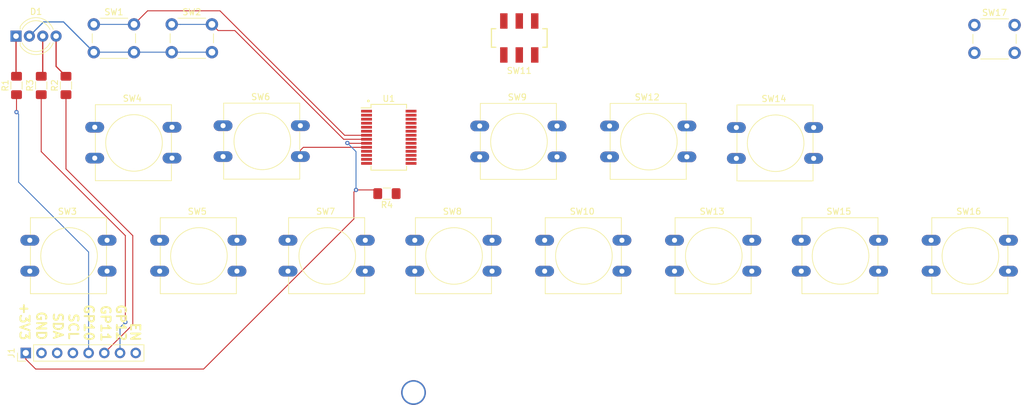
<source format=kicad_pcb>
(kicad_pcb (version 20171130) (host pcbnew "(5.0.2)-1")

  (general
    (thickness 1.6)
    (drawings 9)
    (tracks 59)
    (zones 0)
    (modules 24)
    (nets 34)
  )

  (page A4)
  (layers
    (0 F.Cu signal)
    (31 B.Cu signal)
    (32 B.Adhes user)
    (33 F.Adhes user)
    (36 B.SilkS user)
    (37 F.SilkS user)
    (38 B.Mask user)
    (39 F.Mask user)
    (40 Dwgs.User user)
    (41 Cmts.User user)
    (42 Eco1.User user)
    (43 Eco2.User user)
    (44 Edge.Cuts user)
    (45 Margin user)
    (46 B.CrtYd user)
    (47 F.CrtYd user)
    (48 B.Fab user)
    (49 F.Fab user)
  )

  (setup
    (last_trace_width 0.1524)
    (trace_clearance 0.1524)
    (zone_clearance 0.508)
    (zone_45_only no)
    (trace_min 0.1524)
    (segment_width 0.2)
    (edge_width 0.1)
    (via_size 0.6858)
    (via_drill 0.3302)
    (via_min_size 0.508)
    (via_min_drill 0.254)
    (uvia_size 0.6858)
    (uvia_drill 0.3302)
    (uvias_allowed no)
    (uvia_min_size 0.2)
    (uvia_min_drill 0.1)
    (pcb_text_width 0.3)
    (pcb_text_size 1.5 1.5)
    (mod_edge_width 0.15)
    (mod_text_size 1 1)
    (mod_text_width 0.15)
    (pad_size 1.5 1.5)
    (pad_drill 0.6)
    (pad_to_mask_clearance 0.0508)
    (aux_axis_origin 0 0)
    (visible_elements FFFFFF7F)
    (pcbplotparams
      (layerselection 0x010fc_ffffffff)
      (usegerberextensions false)
      (usegerberattributes false)
      (usegerberadvancedattributes false)
      (creategerberjobfile false)
      (excludeedgelayer true)
      (linewidth 0.100000)
      (plotframeref false)
      (viasonmask false)
      (mode 1)
      (useauxorigin false)
      (hpglpennumber 1)
      (hpglpenspeed 20)
      (hpglpendiameter 15.000000)
      (psnegative false)
      (psa4output false)
      (plotreference true)
      (plotvalue true)
      (plotinvisibletext false)
      (padsonsilk false)
      (subtractmaskfromsilk false)
      (outputformat 1)
      (mirror false)
      (drillshape 1)
      (scaleselection 1)
      (outputdirectory ""))
  )

  (net 0 "")
  (net 1 "Net-(D1-Pad1)")
  (net 2 GND)
  (net 3 "Net-(D1-Pad3)")
  (net 4 "Net-(D1-Pad4)")
  (net 5 "Net-(J1-Pad8)")
  (net 6 "Net-(J1-Pad7)")
  (net 7 "Net-(J1-Pad6)")
  (net 8 "Net-(J1-Pad5)")
  (net 9 "Net-(J1-Pad4)")
  (net 10 "Net-(J1-Pad3)")
  (net 11 +3V3)
  (net 12 "Net-(R4-Pad1)")
  (net 13 OCT-)
  (net 14 OCT+)
  (net 15 C1)
  (net 16 C#1)
  (net 17 D1)
  (net 18 D#1)
  (net 19 E1)
  (net 20 F1)
  (net 21 F#1)
  (net 22 G1)
  (net 23 "Net-(SW11-Pad3)")
  (net 24 G#1)
  (net 25 A1)
  (net 26 A#1)
  (net 27 B1)
  (net 28 C2)
  (net 29 OPT)
  (net 30 "Net-(U1-Pad11)")
  (net 31 "Net-(U1-Pad14)")
  (net 32 "Net-(U1-Pad19)")
  (net 33 "Net-(U1-Pad20)")

  (net_class Default "This is the default net class."
    (clearance 0.1524)
    (trace_width 0.1524)
    (via_dia 0.6858)
    (via_drill 0.3302)
    (uvia_dia 0.6858)
    (uvia_drill 0.3302)
    (add_net +3V3)
    (add_net A#1)
    (add_net A1)
    (add_net B1)
    (add_net C#1)
    (add_net C1)
    (add_net C2)
    (add_net D#1)
    (add_net D1)
    (add_net E1)
    (add_net F#1)
    (add_net F1)
    (add_net G#1)
    (add_net G1)
    (add_net GND)
    (add_net "Net-(D1-Pad1)")
    (add_net "Net-(D1-Pad3)")
    (add_net "Net-(D1-Pad4)")
    (add_net "Net-(J1-Pad3)")
    (add_net "Net-(J1-Pad4)")
    (add_net "Net-(J1-Pad5)")
    (add_net "Net-(J1-Pad6)")
    (add_net "Net-(J1-Pad7)")
    (add_net "Net-(J1-Pad8)")
    (add_net "Net-(R4-Pad1)")
    (add_net "Net-(SW11-Pad3)")
    (add_net "Net-(U1-Pad11)")
    (add_net "Net-(U1-Pad14)")
    (add_net "Net-(U1-Pad19)")
    (add_net "Net-(U1-Pad20)")
    (add_net OCT+)
    (add_net OCT-)
    (add_net OPT)
  )

  (module LED_THT:LED_D5.0mm-4_RGB_Wide_Pins (layer F.Cu) (tedit 5B74F76E) (tstamp 5C82D2A4)
    (at 84.023 69.2)
    (descr "LED, diameter 5.0mm, 2 pins, diameter 5.0mm, 3 pins, diameter 5.0mm, 4 pins, http://www.kingbright.com/attachments/file/psearch/000/00/00/L-154A4SUREQBFZGEW(Ver.9A).pdf")
    (tags "LED diameter 5.0mm 2 pins diameter 5.0mm 3 pins diameter 5.0mm 4 pins RGB RGBLED")
    (path /5C9ECF30)
    (fp_text reference D1 (at 3.2385 -3.96) (layer F.SilkS)
      (effects (font (size 1 1) (thickness 0.15)))
    )
    (fp_text value LED_RCBG (at 3.2385 3.96) (layer F.Fab)
      (effects (font (size 1 1) (thickness 0.15)))
    )
    (fp_text user %R (at 3.2385 -3.96) (layer F.Fab)
      (effects (font (size 1 1) (thickness 0.15)))
    )
    (fp_line (start 7.56 -3.25) (end -1.08 -3.25) (layer F.CrtYd) (width 0.05))
    (fp_line (start 7.56 3.25) (end 7.56 -3.25) (layer F.CrtYd) (width 0.05))
    (fp_line (start -1.08 3.25) (end 7.56 3.25) (layer F.CrtYd) (width 0.05))
    (fp_line (start -1.08 -3.25) (end -1.08 3.25) (layer F.CrtYd) (width 0.05))
    (fp_line (start 0.6785 1.08) (end 0.6785 1.545) (layer F.SilkS) (width 0.12))
    (fp_line (start 0.6785 -1.545) (end 0.6785 -1.08) (layer F.SilkS) (width 0.12))
    (fp_line (start 0.7385 -1.469694) (end 0.7385 1.469694) (layer F.Fab) (width 0.1))
    (fp_circle (center 3.2385 0) (end 5.7385 0) (layer F.Fab) (width 0.1))
    (fp_arc (start 3.2385 0) (end 0.983816 1.08) (angle -128.8) (layer F.SilkS) (width 0.12))
    (fp_arc (start 3.2385 0) (end 0.983816 -1.08) (angle 128.8) (layer F.SilkS) (width 0.12))
    (fp_arc (start 3.2385 0) (end 0.6785 1.54483) (angle -127.7) (layer F.SilkS) (width 0.12))
    (fp_arc (start 3.2385 0) (end 0.6785 -1.54483) (angle 127.7) (layer F.SilkS) (width 0.12))
    (fp_arc (start 3.2385 0) (end 0.7385 -1.469694) (angle 299.1) (layer F.Fab) (width 0.1))
    (pad 4 thru_hole circle (at 6.477 0) (size 1.8 1.8) (drill 0.9) (layers *.Cu *.Mask)
      (net 4 "Net-(D1-Pad4)"))
    (pad 3 thru_hole circle (at 4.318 0) (size 1.8 1.8) (drill 0.9) (layers *.Cu *.Mask)
      (net 3 "Net-(D1-Pad3)"))
    (pad 2 thru_hole circle (at 2.159 0) (size 1.8 1.8) (drill 0.9) (layers *.Cu *.Mask)
      (net 2 GND))
    (pad 1 thru_hole rect (at 0 0) (size 1.8 1.8) (drill 0.9) (layers *.Cu *.Mask)
      (net 1 "Net-(D1-Pad1)"))
    (model ${KISYS3DMOD}/LED_THT.3dshapes/LED_D5.0mm-4_RGB_Wide_Pins.wrl
      (at (xyz 0 0 0))
      (scale (xyz 1 1 1))
      (rotate (xyz 0 0 0))
    )
  )

  (module Button_Switch_THT:SW_PUSH_6mm (layer F.Cu) (tedit 5A02FE31) (tstamp 5C82D516)
    (at 239 67.4)
    (descr https://www.omron.com/ecb/products/pdf/en-b3f.pdf)
    (tags "tact sw push 6mm")
    (path /5C9174AD)
    (fp_text reference SW17 (at 3.25 -2) (layer F.SilkS)
      (effects (font (size 1 1) (thickness 0.15)))
    )
    (fp_text value OPT (at 3.75 6.7) (layer F.Fab)
      (effects (font (size 1 1) (thickness 0.15)))
    )
    (fp_circle (center 3.25 2.25) (end 1.25 2.5) (layer F.Fab) (width 0.1))
    (fp_line (start 6.75 3) (end 6.75 1.5) (layer F.SilkS) (width 0.12))
    (fp_line (start 5.5 -1) (end 1 -1) (layer F.SilkS) (width 0.12))
    (fp_line (start -0.25 1.5) (end -0.25 3) (layer F.SilkS) (width 0.12))
    (fp_line (start 1 5.5) (end 5.5 5.5) (layer F.SilkS) (width 0.12))
    (fp_line (start 8 -1.25) (end 8 5.75) (layer F.CrtYd) (width 0.05))
    (fp_line (start 7.75 6) (end -1.25 6) (layer F.CrtYd) (width 0.05))
    (fp_line (start -1.5 5.75) (end -1.5 -1.25) (layer F.CrtYd) (width 0.05))
    (fp_line (start -1.25 -1.5) (end 7.75 -1.5) (layer F.CrtYd) (width 0.05))
    (fp_line (start -1.5 6) (end -1.25 6) (layer F.CrtYd) (width 0.05))
    (fp_line (start -1.5 5.75) (end -1.5 6) (layer F.CrtYd) (width 0.05))
    (fp_line (start -1.5 -1.5) (end -1.25 -1.5) (layer F.CrtYd) (width 0.05))
    (fp_line (start -1.5 -1.25) (end -1.5 -1.5) (layer F.CrtYd) (width 0.05))
    (fp_line (start 8 -1.5) (end 8 -1.25) (layer F.CrtYd) (width 0.05))
    (fp_line (start 7.75 -1.5) (end 8 -1.5) (layer F.CrtYd) (width 0.05))
    (fp_line (start 8 6) (end 8 5.75) (layer F.CrtYd) (width 0.05))
    (fp_line (start 7.75 6) (end 8 6) (layer F.CrtYd) (width 0.05))
    (fp_line (start 0.25 -0.75) (end 3.25 -0.75) (layer F.Fab) (width 0.1))
    (fp_line (start 0.25 5.25) (end 0.25 -0.75) (layer F.Fab) (width 0.1))
    (fp_line (start 6.25 5.25) (end 0.25 5.25) (layer F.Fab) (width 0.1))
    (fp_line (start 6.25 -0.75) (end 6.25 5.25) (layer F.Fab) (width 0.1))
    (fp_line (start 3.25 -0.75) (end 6.25 -0.75) (layer F.Fab) (width 0.1))
    (fp_text user %R (at 3.25 2.25) (layer F.Fab)
      (effects (font (size 1 1) (thickness 0.15)))
    )
    (pad 1 thru_hole circle (at 6.5 0 90) (size 2 2) (drill 1.1) (layers *.Cu *.Mask)
      (net 29 OPT))
    (pad 2 thru_hole circle (at 6.5 4.5 90) (size 2 2) (drill 1.1) (layers *.Cu *.Mask)
      (net 2 GND))
    (pad 1 thru_hole circle (at 0 0 90) (size 2 2) (drill 1.1) (layers *.Cu *.Mask)
      (net 29 OPT))
    (pad 2 thru_hole circle (at 0 4.5 90) (size 2 2) (drill 1.1) (layers *.Cu *.Mask)
      (net 2 GND))
    (model ${KISYS3DMOD}/Button_Switch_THT.3dshapes/SW_PUSH_6mm.wrl
      (at (xyz 0 0 0))
      (scale (xyz 1 1 1))
      (rotate (xyz 0 0 0))
    )
  )

  (module Connector_PinHeader_2.54mm:PinHeader_1x08_P2.54mm_Vertical (layer F.Cu) (tedit 59FED5CC) (tstamp 5C82D2C0)
    (at 85.6 120.5 90)
    (descr "Through hole straight pin header, 1x08, 2.54mm pitch, single row")
    (tags "Through hole pin header THT 1x08 2.54mm single row")
    (path /5CAE6A74)
    (fp_text reference J1 (at 0 -2.33 90) (layer F.SilkS)
      (effects (font (size 1 1) (thickness 0.15)))
    )
    (fp_text value Feather_Connector (at 0 20.11 90) (layer F.Fab)
      (effects (font (size 1 1) (thickness 0.15)))
    )
    (fp_text user %R (at 0 8.89 180) (layer F.Fab)
      (effects (font (size 1 1) (thickness 0.15)))
    )
    (fp_line (start 1.8 -1.8) (end -1.8 -1.8) (layer F.CrtYd) (width 0.05))
    (fp_line (start 1.8 19.55) (end 1.8 -1.8) (layer F.CrtYd) (width 0.05))
    (fp_line (start -1.8 19.55) (end 1.8 19.55) (layer F.CrtYd) (width 0.05))
    (fp_line (start -1.8 -1.8) (end -1.8 19.55) (layer F.CrtYd) (width 0.05))
    (fp_line (start -1.33 -1.33) (end 0 -1.33) (layer F.SilkS) (width 0.12))
    (fp_line (start -1.33 0) (end -1.33 -1.33) (layer F.SilkS) (width 0.12))
    (fp_line (start -1.33 1.27) (end 1.33 1.27) (layer F.SilkS) (width 0.12))
    (fp_line (start 1.33 1.27) (end 1.33 19.11) (layer F.SilkS) (width 0.12))
    (fp_line (start -1.33 1.27) (end -1.33 19.11) (layer F.SilkS) (width 0.12))
    (fp_line (start -1.33 19.11) (end 1.33 19.11) (layer F.SilkS) (width 0.12))
    (fp_line (start -1.27 -0.635) (end -0.635 -1.27) (layer F.Fab) (width 0.1))
    (fp_line (start -1.27 19.05) (end -1.27 -0.635) (layer F.Fab) (width 0.1))
    (fp_line (start 1.27 19.05) (end -1.27 19.05) (layer F.Fab) (width 0.1))
    (fp_line (start 1.27 -1.27) (end 1.27 19.05) (layer F.Fab) (width 0.1))
    (fp_line (start -0.635 -1.27) (end 1.27 -1.27) (layer F.Fab) (width 0.1))
    (pad 8 thru_hole oval (at 0 17.78 90) (size 1.7 1.7) (drill 1) (layers *.Cu *.Mask)
      (net 5 "Net-(J1-Pad8)"))
    (pad 7 thru_hole oval (at 0 15.24 90) (size 1.7 1.7) (drill 1) (layers *.Cu *.Mask)
      (net 6 "Net-(J1-Pad7)"))
    (pad 6 thru_hole oval (at 0 12.7 90) (size 1.7 1.7) (drill 1) (layers *.Cu *.Mask)
      (net 7 "Net-(J1-Pad6)"))
    (pad 5 thru_hole oval (at 0 10.16 90) (size 1.7 1.7) (drill 1) (layers *.Cu *.Mask)
      (net 8 "Net-(J1-Pad5)"))
    (pad 4 thru_hole oval (at 0 7.62 90) (size 1.7 1.7) (drill 1) (layers *.Cu *.Mask)
      (net 9 "Net-(J1-Pad4)"))
    (pad 3 thru_hole oval (at 0 5.08 90) (size 1.7 1.7) (drill 1) (layers *.Cu *.Mask)
      (net 10 "Net-(J1-Pad3)"))
    (pad 2 thru_hole oval (at 0 2.54 90) (size 1.7 1.7) (drill 1) (layers *.Cu *.Mask)
      (net 2 GND))
    (pad 1 thru_hole rect (at 0 0 90) (size 1.7 1.7) (drill 1) (layers *.Cu *.Mask)
      (net 11 +3V3))
    (model ${KISYS3DMOD}/Connector_PinHeader_2.54mm.3dshapes/PinHeader_1x08_P2.54mm_Vertical.wrl
      (at (xyz 0 0 0))
      (scale (xyz 1 1 1))
      (rotate (xyz 0 0 0))
    )
  )

  (module Resistor_SMD:R_1206_3216Metric_Pad1.42x1.75mm_HandSolder (layer F.Cu) (tedit 5B301BBD) (tstamp 5C82D31D)
    (at 84.1 77.1875 90)
    (descr "Resistor SMD 1206 (3216 Metric), square (rectangular) end terminal, IPC_7351 nominal with elongated pad for handsoldering. (Body size source: http://www.tortai-tech.com/upload/download/2011102023233369053.pdf), generated with kicad-footprint-generator")
    (tags "resistor handsolder")
    (path /5C97404F)
    (attr smd)
    (fp_text reference R1 (at 0 -1.82 90) (layer F.SilkS)
      (effects (font (size 1 1) (thickness 0.15)))
    )
    (fp_text value 220R (at 0 1.82 90) (layer F.Fab)
      (effects (font (size 1 1) (thickness 0.15)))
    )
    (fp_line (start -1.6 0.8) (end -1.6 -0.8) (layer F.Fab) (width 0.1))
    (fp_line (start -1.6 -0.8) (end 1.6 -0.8) (layer F.Fab) (width 0.1))
    (fp_line (start 1.6 -0.8) (end 1.6 0.8) (layer F.Fab) (width 0.1))
    (fp_line (start 1.6 0.8) (end -1.6 0.8) (layer F.Fab) (width 0.1))
    (fp_line (start -0.602064 -0.91) (end 0.602064 -0.91) (layer F.SilkS) (width 0.12))
    (fp_line (start -0.602064 0.91) (end 0.602064 0.91) (layer F.SilkS) (width 0.12))
    (fp_line (start -2.45 1.12) (end -2.45 -1.12) (layer F.CrtYd) (width 0.05))
    (fp_line (start -2.45 -1.12) (end 2.45 -1.12) (layer F.CrtYd) (width 0.05))
    (fp_line (start 2.45 -1.12) (end 2.45 1.12) (layer F.CrtYd) (width 0.05))
    (fp_line (start 2.45 1.12) (end -2.45 1.12) (layer F.CrtYd) (width 0.05))
    (fp_text user %R (at 0 0 90) (layer F.Fab)
      (effects (font (size 0.8 0.8) (thickness 0.12)))
    )
    (pad 1 smd roundrect (at -1.4875 0 90) (size 1.425 1.75) (layers F.Cu F.Paste F.Mask) (roundrect_rratio 0.175439)
      (net 8 "Net-(J1-Pad5)"))
    (pad 2 smd roundrect (at 1.4875 0 90) (size 1.425 1.75) (layers F.Cu F.Paste F.Mask) (roundrect_rratio 0.175439)
      (net 1 "Net-(D1-Pad1)"))
    (model ${KISYS3DMOD}/Resistor_SMD.3dshapes/R_1206_3216Metric.wrl
      (at (xyz 0 0 0))
      (scale (xyz 1 1 1))
      (rotate (xyz 0 0 0))
    )
  )

  (module Resistor_SMD:R_1206_3216Metric_Pad1.42x1.75mm_HandSolder (layer F.Cu) (tedit 5B301BBD) (tstamp 5C82D32E)
    (at 92.1 77.1875 90)
    (descr "Resistor SMD 1206 (3216 Metric), square (rectangular) end terminal, IPC_7351 nominal with elongated pad for handsoldering. (Body size source: http://www.tortai-tech.com/upload/download/2011102023233369053.pdf), generated with kicad-footprint-generator")
    (tags "resistor handsolder")
    (path /5C9776A6)
    (attr smd)
    (fp_text reference R2 (at 0 -1.82 90) (layer F.SilkS)
      (effects (font (size 1 1) (thickness 0.15)))
    )
    (fp_text value 220R (at 0 1.82 90) (layer F.Fab)
      (effects (font (size 1 1) (thickness 0.15)))
    )
    (fp_text user %R (at 0 0 90) (layer F.Fab)
      (effects (font (size 0.8 0.8) (thickness 0.12)))
    )
    (fp_line (start 2.45 1.12) (end -2.45 1.12) (layer F.CrtYd) (width 0.05))
    (fp_line (start 2.45 -1.12) (end 2.45 1.12) (layer F.CrtYd) (width 0.05))
    (fp_line (start -2.45 -1.12) (end 2.45 -1.12) (layer F.CrtYd) (width 0.05))
    (fp_line (start -2.45 1.12) (end -2.45 -1.12) (layer F.CrtYd) (width 0.05))
    (fp_line (start -0.602064 0.91) (end 0.602064 0.91) (layer F.SilkS) (width 0.12))
    (fp_line (start -0.602064 -0.91) (end 0.602064 -0.91) (layer F.SilkS) (width 0.12))
    (fp_line (start 1.6 0.8) (end -1.6 0.8) (layer F.Fab) (width 0.1))
    (fp_line (start 1.6 -0.8) (end 1.6 0.8) (layer F.Fab) (width 0.1))
    (fp_line (start -1.6 -0.8) (end 1.6 -0.8) (layer F.Fab) (width 0.1))
    (fp_line (start -1.6 0.8) (end -1.6 -0.8) (layer F.Fab) (width 0.1))
    (pad 2 smd roundrect (at 1.4875 0 90) (size 1.425 1.75) (layers F.Cu F.Paste F.Mask) (roundrect_rratio 0.175439)
      (net 4 "Net-(D1-Pad4)"))
    (pad 1 smd roundrect (at -1.4875 0 90) (size 1.425 1.75) (layers F.Cu F.Paste F.Mask) (roundrect_rratio 0.175439)
      (net 7 "Net-(J1-Pad6)"))
    (model ${KISYS3DMOD}/Resistor_SMD.3dshapes/R_1206_3216Metric.wrl
      (at (xyz 0 0 0))
      (scale (xyz 1 1 1))
      (rotate (xyz 0 0 0))
    )
  )

  (module Resistor_SMD:R_1206_3216Metric_Pad1.42x1.75mm_HandSolder (layer F.Cu) (tedit 5B301BBD) (tstamp 5C82D33F)
    (at 88.1 77.1875 90)
    (descr "Resistor SMD 1206 (3216 Metric), square (rectangular) end terminal, IPC_7351 nominal with elongated pad for handsoldering. (Body size source: http://www.tortai-tech.com/upload/download/2011102023233369053.pdf), generated with kicad-footprint-generator")
    (tags "resistor handsolder")
    (path /5C9776F8)
    (attr smd)
    (fp_text reference R3 (at 0 -1.82 90) (layer F.SilkS)
      (effects (font (size 1 1) (thickness 0.15)))
    )
    (fp_text value 220R (at 0 1.82 90) (layer F.Fab)
      (effects (font (size 1 1) (thickness 0.15)))
    )
    (fp_line (start -1.6 0.8) (end -1.6 -0.8) (layer F.Fab) (width 0.1))
    (fp_line (start -1.6 -0.8) (end 1.6 -0.8) (layer F.Fab) (width 0.1))
    (fp_line (start 1.6 -0.8) (end 1.6 0.8) (layer F.Fab) (width 0.1))
    (fp_line (start 1.6 0.8) (end -1.6 0.8) (layer F.Fab) (width 0.1))
    (fp_line (start -0.602064 -0.91) (end 0.602064 -0.91) (layer F.SilkS) (width 0.12))
    (fp_line (start -0.602064 0.91) (end 0.602064 0.91) (layer F.SilkS) (width 0.12))
    (fp_line (start -2.45 1.12) (end -2.45 -1.12) (layer F.CrtYd) (width 0.05))
    (fp_line (start -2.45 -1.12) (end 2.45 -1.12) (layer F.CrtYd) (width 0.05))
    (fp_line (start 2.45 -1.12) (end 2.45 1.12) (layer F.CrtYd) (width 0.05))
    (fp_line (start 2.45 1.12) (end -2.45 1.12) (layer F.CrtYd) (width 0.05))
    (fp_text user %R (at 0 0 90) (layer F.Fab)
      (effects (font (size 0.8 0.8) (thickness 0.12)))
    )
    (pad 1 smd roundrect (at -1.4875 0 90) (size 1.425 1.75) (layers F.Cu F.Paste F.Mask) (roundrect_rratio 0.175439)
      (net 6 "Net-(J1-Pad7)"))
    (pad 2 smd roundrect (at 1.4875 0 90) (size 1.425 1.75) (layers F.Cu F.Paste F.Mask) (roundrect_rratio 0.175439)
      (net 3 "Net-(D1-Pad3)"))
    (model ${KISYS3DMOD}/Resistor_SMD.3dshapes/R_1206_3216Metric.wrl
      (at (xyz 0 0 0))
      (scale (xyz 1 1 1))
      (rotate (xyz 0 0 0))
    )
  )

  (module Resistor_SMD:R_1206_3216Metric_Pad1.42x1.75mm_HandSolder (layer F.Cu) (tedit 5B301BBD) (tstamp 5C82D350)
    (at 144 94.7 180)
    (descr "Resistor SMD 1206 (3216 Metric), square (rectangular) end terminal, IPC_7351 nominal with elongated pad for handsoldering. (Body size source: http://www.tortai-tech.com/upload/download/2011102023233369053.pdf), generated with kicad-footprint-generator")
    (tags "resistor handsolder")
    (path /5C8282DE)
    (attr smd)
    (fp_text reference R4 (at 0 -1.82 180) (layer F.SilkS)
      (effects (font (size 1 1) (thickness 0.15)))
    )
    (fp_text value 1K (at 0 1.82 180) (layer F.Fab)
      (effects (font (size 1 1) (thickness 0.15)))
    )
    (fp_text user %R (at 0 0 180) (layer F.Fab)
      (effects (font (size 0.8 0.8) (thickness 0.12)))
    )
    (fp_line (start 2.45 1.12) (end -2.45 1.12) (layer F.CrtYd) (width 0.05))
    (fp_line (start 2.45 -1.12) (end 2.45 1.12) (layer F.CrtYd) (width 0.05))
    (fp_line (start -2.45 -1.12) (end 2.45 -1.12) (layer F.CrtYd) (width 0.05))
    (fp_line (start -2.45 1.12) (end -2.45 -1.12) (layer F.CrtYd) (width 0.05))
    (fp_line (start -0.602064 0.91) (end 0.602064 0.91) (layer F.SilkS) (width 0.12))
    (fp_line (start -0.602064 -0.91) (end 0.602064 -0.91) (layer F.SilkS) (width 0.12))
    (fp_line (start 1.6 0.8) (end -1.6 0.8) (layer F.Fab) (width 0.1))
    (fp_line (start 1.6 -0.8) (end 1.6 0.8) (layer F.Fab) (width 0.1))
    (fp_line (start -1.6 -0.8) (end 1.6 -0.8) (layer F.Fab) (width 0.1))
    (fp_line (start -1.6 0.8) (end -1.6 -0.8) (layer F.Fab) (width 0.1))
    (pad 2 smd roundrect (at 1.4875 0 180) (size 1.425 1.75) (layers F.Cu F.Paste F.Mask) (roundrect_rratio 0.175439)
      (net 11 +3V3))
    (pad 1 smd roundrect (at -1.4875 0 180) (size 1.425 1.75) (layers F.Cu F.Paste F.Mask) (roundrect_rratio 0.175439)
      (net 12 "Net-(R4-Pad1)"))
    (model ${KISYS3DMOD}/Resistor_SMD.3dshapes/R_1206_3216Metric.wrl
      (at (xyz 0 0 0))
      (scale (xyz 1 1 1))
      (rotate (xyz 0 0 0))
    )
  )

  (module Button_Switch_THT:SW_PUSH_6mm (layer F.Cu) (tedit 5A02FE31) (tstamp 5C82D36F)
    (at 96.6 67.3)
    (descr https://www.omron.com/ecb/products/pdf/en-b3f.pdf)
    (tags "tact sw push 6mm")
    (path /5C60289C)
    (fp_text reference SW1 (at 3.25 -2) (layer F.SilkS)
      (effects (font (size 1 1) (thickness 0.15)))
    )
    (fp_text value OCT- (at 3.75 6.7) (layer F.Fab)
      (effects (font (size 1 1) (thickness 0.15)))
    )
    (fp_text user %R (at 3.25 2.25) (layer F.Fab)
      (effects (font (size 1 1) (thickness 0.15)))
    )
    (fp_line (start 3.25 -0.75) (end 6.25 -0.75) (layer F.Fab) (width 0.1))
    (fp_line (start 6.25 -0.75) (end 6.25 5.25) (layer F.Fab) (width 0.1))
    (fp_line (start 6.25 5.25) (end 0.25 5.25) (layer F.Fab) (width 0.1))
    (fp_line (start 0.25 5.25) (end 0.25 -0.75) (layer F.Fab) (width 0.1))
    (fp_line (start 0.25 -0.75) (end 3.25 -0.75) (layer F.Fab) (width 0.1))
    (fp_line (start 7.75 6) (end 8 6) (layer F.CrtYd) (width 0.05))
    (fp_line (start 8 6) (end 8 5.75) (layer F.CrtYd) (width 0.05))
    (fp_line (start 7.75 -1.5) (end 8 -1.5) (layer F.CrtYd) (width 0.05))
    (fp_line (start 8 -1.5) (end 8 -1.25) (layer F.CrtYd) (width 0.05))
    (fp_line (start -1.5 -1.25) (end -1.5 -1.5) (layer F.CrtYd) (width 0.05))
    (fp_line (start -1.5 -1.5) (end -1.25 -1.5) (layer F.CrtYd) (width 0.05))
    (fp_line (start -1.5 5.75) (end -1.5 6) (layer F.CrtYd) (width 0.05))
    (fp_line (start -1.5 6) (end -1.25 6) (layer F.CrtYd) (width 0.05))
    (fp_line (start -1.25 -1.5) (end 7.75 -1.5) (layer F.CrtYd) (width 0.05))
    (fp_line (start -1.5 5.75) (end -1.5 -1.25) (layer F.CrtYd) (width 0.05))
    (fp_line (start 7.75 6) (end -1.25 6) (layer F.CrtYd) (width 0.05))
    (fp_line (start 8 -1.25) (end 8 5.75) (layer F.CrtYd) (width 0.05))
    (fp_line (start 1 5.5) (end 5.5 5.5) (layer F.SilkS) (width 0.12))
    (fp_line (start -0.25 1.5) (end -0.25 3) (layer F.SilkS) (width 0.12))
    (fp_line (start 5.5 -1) (end 1 -1) (layer F.SilkS) (width 0.12))
    (fp_line (start 6.75 3) (end 6.75 1.5) (layer F.SilkS) (width 0.12))
    (fp_circle (center 3.25 2.25) (end 1.25 2.5) (layer F.Fab) (width 0.1))
    (pad 2 thru_hole circle (at 0 4.5 90) (size 2 2) (drill 1.1) (layers *.Cu *.Mask)
      (net 2 GND))
    (pad 1 thru_hole circle (at 0 0 90) (size 2 2) (drill 1.1) (layers *.Cu *.Mask)
      (net 13 OCT-))
    (pad 2 thru_hole circle (at 6.5 4.5 90) (size 2 2) (drill 1.1) (layers *.Cu *.Mask)
      (net 2 GND))
    (pad 1 thru_hole circle (at 6.5 0 90) (size 2 2) (drill 1.1) (layers *.Cu *.Mask)
      (net 13 OCT-))
    (model ${KISYS3DMOD}/Button_Switch_THT.3dshapes/SW_PUSH_6mm.wrl
      (at (xyz 0 0 0))
      (scale (xyz 1 1 1))
      (rotate (xyz 0 0 0))
    )
  )

  (module Button_Switch_THT:SW_PUSH_6mm (layer F.Cu) (tedit 5A02FE31) (tstamp 5C82D38E)
    (at 109.2 67.3)
    (descr https://www.omron.com/ecb/products/pdf/en-b3f.pdf)
    (tags "tact sw push 6mm")
    (path /5C6027DF)
    (fp_text reference SW2 (at 3.25 -2) (layer F.SilkS)
      (effects (font (size 1 1) (thickness 0.15)))
    )
    (fp_text value OCT+ (at 3.75 6.7) (layer F.Fab)
      (effects (font (size 1 1) (thickness 0.15)))
    )
    (fp_circle (center 3.25 2.25) (end 1.25 2.5) (layer F.Fab) (width 0.1))
    (fp_line (start 6.75 3) (end 6.75 1.5) (layer F.SilkS) (width 0.12))
    (fp_line (start 5.5 -1) (end 1 -1) (layer F.SilkS) (width 0.12))
    (fp_line (start -0.25 1.5) (end -0.25 3) (layer F.SilkS) (width 0.12))
    (fp_line (start 1 5.5) (end 5.5 5.5) (layer F.SilkS) (width 0.12))
    (fp_line (start 8 -1.25) (end 8 5.75) (layer F.CrtYd) (width 0.05))
    (fp_line (start 7.75 6) (end -1.25 6) (layer F.CrtYd) (width 0.05))
    (fp_line (start -1.5 5.75) (end -1.5 -1.25) (layer F.CrtYd) (width 0.05))
    (fp_line (start -1.25 -1.5) (end 7.75 -1.5) (layer F.CrtYd) (width 0.05))
    (fp_line (start -1.5 6) (end -1.25 6) (layer F.CrtYd) (width 0.05))
    (fp_line (start -1.5 5.75) (end -1.5 6) (layer F.CrtYd) (width 0.05))
    (fp_line (start -1.5 -1.5) (end -1.25 -1.5) (layer F.CrtYd) (width 0.05))
    (fp_line (start -1.5 -1.25) (end -1.5 -1.5) (layer F.CrtYd) (width 0.05))
    (fp_line (start 8 -1.5) (end 8 -1.25) (layer F.CrtYd) (width 0.05))
    (fp_line (start 7.75 -1.5) (end 8 -1.5) (layer F.CrtYd) (width 0.05))
    (fp_line (start 8 6) (end 8 5.75) (layer F.CrtYd) (width 0.05))
    (fp_line (start 7.75 6) (end 8 6) (layer F.CrtYd) (width 0.05))
    (fp_line (start 0.25 -0.75) (end 3.25 -0.75) (layer F.Fab) (width 0.1))
    (fp_line (start 0.25 5.25) (end 0.25 -0.75) (layer F.Fab) (width 0.1))
    (fp_line (start 6.25 5.25) (end 0.25 5.25) (layer F.Fab) (width 0.1))
    (fp_line (start 6.25 -0.75) (end 6.25 5.25) (layer F.Fab) (width 0.1))
    (fp_line (start 3.25 -0.75) (end 6.25 -0.75) (layer F.Fab) (width 0.1))
    (fp_text user %R (at 3.25 2.25) (layer F.Fab)
      (effects (font (size 1 1) (thickness 0.15)))
    )
    (pad 1 thru_hole circle (at 6.5 0 90) (size 2 2) (drill 1.1) (layers *.Cu *.Mask)
      (net 14 OCT+))
    (pad 2 thru_hole circle (at 6.5 4.5 90) (size 2 2) (drill 1.1) (layers *.Cu *.Mask)
      (net 2 GND))
    (pad 1 thru_hole circle (at 0 0 90) (size 2 2) (drill 1.1) (layers *.Cu *.Mask)
      (net 14 OCT+))
    (pad 2 thru_hole circle (at 0 4.5 90) (size 2 2) (drill 1.1) (layers *.Cu *.Mask)
      (net 2 GND))
    (model ${KISYS3DMOD}/Button_Switch_THT.3dshapes/SW_PUSH_6mm.wrl
      (at (xyz 0 0 0))
      (scale (xyz 1 1 1))
      (rotate (xyz 0 0 0))
    )
  )

  (module Button_Switch_THT:SW_PUSH-12mm (layer F.Cu) (tedit 5A02FE31) (tstamp 5C82D3A8)
    (at 86.25 102.25)
    (descr "SW PUSH 12mm https://www.e-switch.com/system/asset/product_line/data_sheet/143/TL1100.pdf")
    (tags "tact sw push 12mm")
    (path /5C5E0FFB)
    (fp_text reference SW3 (at 6.08 -4.66) (layer F.SilkS)
      (effects (font (size 1 1) (thickness 0.15)))
    )
    (fp_text value C1 (at 6.62 9.93) (layer F.Fab)
      (effects (font (size 1 1) (thickness 0.15)))
    )
    (fp_line (start 0.25 8.5) (end 12.25 8.5) (layer F.Fab) (width 0.1))
    (fp_line (start 0.25 -3.5) (end 12.25 -3.5) (layer F.Fab) (width 0.1))
    (fp_line (start 12.25 -3.5) (end 12.25 8.5) (layer F.Fab) (width 0.1))
    (fp_text user %R (at 6.35 2.54) (layer F.Fab)
      (effects (font (size 1 1) (thickness 0.15)))
    )
    (fp_line (start 0.1 -3.65) (end 12.4 -3.65) (layer F.SilkS) (width 0.12))
    (fp_line (start 12.4 0.93) (end 12.4 4.07) (layer F.SilkS) (width 0.12))
    (fp_line (start 12.4 8.65) (end 0.1 8.65) (layer F.SilkS) (width 0.12))
    (fp_line (start 0.1 -0.93) (end 0.1 -3.65) (layer F.SilkS) (width 0.12))
    (fp_line (start -1.77 -3.75) (end 14.25 -3.75) (layer F.CrtYd) (width 0.05))
    (fp_line (start -1.77 -3.75) (end -1.77 8.75) (layer F.CrtYd) (width 0.05))
    (fp_line (start 14.25 8.75) (end 14.25 -3.75) (layer F.CrtYd) (width 0.05))
    (fp_line (start 14.25 8.75) (end -1.77 8.75) (layer F.CrtYd) (width 0.05))
    (fp_circle (center 6.35 2.54) (end 10.16 5.08) (layer F.SilkS) (width 0.12))
    (fp_line (start 0.25 -3.5) (end 0.25 8.5) (layer F.Fab) (width 0.1))
    (fp_line (start 0.1 8.65) (end 0.1 5.93) (layer F.SilkS) (width 0.12))
    (fp_line (start 0.1 4.07) (end 0.1 0.93) (layer F.SilkS) (width 0.12))
    (fp_line (start 12.4 5.93) (end 12.4 8.65) (layer F.SilkS) (width 0.12))
    (fp_line (start 12.4 -3.65) (end 12.4 -0.93) (layer F.SilkS) (width 0.12))
    (pad 1 thru_hole oval (at 12.5 0) (size 3.048 1.7272) (drill 0.8128) (layers *.Cu *.Mask)
      (net 15 C1))
    (pad 2 thru_hole oval (at 12.5 5) (size 3.048 1.7272) (drill 0.8128) (layers *.Cu *.Mask)
      (net 2 GND))
    (pad 1 thru_hole oval (at 0 0) (size 3.048 1.7272) (drill 0.8128) (layers *.Cu *.Mask)
      (net 15 C1))
    (pad 2 thru_hole oval (at 0 5) (size 3.048 1.7272) (drill 0.8128) (layers *.Cu *.Mask)
      (net 2 GND))
    (model ${KISYS3DMOD}/Button_Switch_THT.3dshapes/SW_PUSH-12mm.wrl
      (at (xyz 0 0 0))
      (scale (xyz 1 1 1))
      (rotate (xyz 0 0 0))
    )
  )

  (module Button_Switch_THT:SW_PUSH-12mm (layer F.Cu) (tedit 5A02FE31) (tstamp 5C82D3C2)
    (at 96.75 83.95)
    (descr "SW PUSH 12mm https://www.e-switch.com/system/asset/product_line/data_sheet/143/TL1100.pdf")
    (tags "tact sw push 12mm")
    (path /5C5E2470)
    (fp_text reference SW4 (at 6.08 -4.66) (layer F.SilkS)
      (effects (font (size 1 1) (thickness 0.15)))
    )
    (fp_text value C#1 (at 6.62 9.93) (layer F.Fab)
      (effects (font (size 1 1) (thickness 0.15)))
    )
    (fp_line (start 12.4 -3.65) (end 12.4 -0.93) (layer F.SilkS) (width 0.12))
    (fp_line (start 12.4 5.93) (end 12.4 8.65) (layer F.SilkS) (width 0.12))
    (fp_line (start 0.1 4.07) (end 0.1 0.93) (layer F.SilkS) (width 0.12))
    (fp_line (start 0.1 8.65) (end 0.1 5.93) (layer F.SilkS) (width 0.12))
    (fp_line (start 0.25 -3.5) (end 0.25 8.5) (layer F.Fab) (width 0.1))
    (fp_circle (center 6.35 2.54) (end 10.16 5.08) (layer F.SilkS) (width 0.12))
    (fp_line (start 14.25 8.75) (end -1.77 8.75) (layer F.CrtYd) (width 0.05))
    (fp_line (start 14.25 8.75) (end 14.25 -3.75) (layer F.CrtYd) (width 0.05))
    (fp_line (start -1.77 -3.75) (end -1.77 8.75) (layer F.CrtYd) (width 0.05))
    (fp_line (start -1.77 -3.75) (end 14.25 -3.75) (layer F.CrtYd) (width 0.05))
    (fp_line (start 0.1 -0.93) (end 0.1 -3.65) (layer F.SilkS) (width 0.12))
    (fp_line (start 12.4 8.65) (end 0.1 8.65) (layer F.SilkS) (width 0.12))
    (fp_line (start 12.4 0.93) (end 12.4 4.07) (layer F.SilkS) (width 0.12))
    (fp_line (start 0.1 -3.65) (end 12.4 -3.65) (layer F.SilkS) (width 0.12))
    (fp_text user %R (at 6.35 2.54) (layer F.Fab)
      (effects (font (size 1 1) (thickness 0.15)))
    )
    (fp_line (start 12.25 -3.5) (end 12.25 8.5) (layer F.Fab) (width 0.1))
    (fp_line (start 0.25 -3.5) (end 12.25 -3.5) (layer F.Fab) (width 0.1))
    (fp_line (start 0.25 8.5) (end 12.25 8.5) (layer F.Fab) (width 0.1))
    (pad 2 thru_hole oval (at 0 5) (size 3.048 1.7272) (drill 0.8128) (layers *.Cu *.Mask)
      (net 2 GND))
    (pad 1 thru_hole oval (at 0 0) (size 3.048 1.7272) (drill 0.8128) (layers *.Cu *.Mask)
      (net 16 C#1))
    (pad 2 thru_hole oval (at 12.5 5) (size 3.048 1.7272) (drill 0.8128) (layers *.Cu *.Mask)
      (net 2 GND))
    (pad 1 thru_hole oval (at 12.5 0) (size 3.048 1.7272) (drill 0.8128) (layers *.Cu *.Mask)
      (net 16 C#1))
    (model ${KISYS3DMOD}/Button_Switch_THT.3dshapes/SW_PUSH-12mm.wrl
      (at (xyz 0 0 0))
      (scale (xyz 1 1 1))
      (rotate (xyz 0 0 0))
    )
  )

  (module Button_Switch_THT:SW_PUSH-12mm (layer F.Cu) (tedit 5A02FE31) (tstamp 5C82D3DC)
    (at 107.25 102.25)
    (descr "SW PUSH 12mm https://www.e-switch.com/system/asset/product_line/data_sheet/143/TL1100.pdf")
    (tags "tact sw push 12mm")
    (path /5C5E11CD)
    (fp_text reference SW5 (at 6.08 -4.66) (layer F.SilkS)
      (effects (font (size 1 1) (thickness 0.15)))
    )
    (fp_text value D1 (at 6.62 9.93) (layer F.Fab)
      (effects (font (size 1 1) (thickness 0.15)))
    )
    (fp_line (start 12.4 -3.65) (end 12.4 -0.93) (layer F.SilkS) (width 0.12))
    (fp_line (start 12.4 5.93) (end 12.4 8.65) (layer F.SilkS) (width 0.12))
    (fp_line (start 0.1 4.07) (end 0.1 0.93) (layer F.SilkS) (width 0.12))
    (fp_line (start 0.1 8.65) (end 0.1 5.93) (layer F.SilkS) (width 0.12))
    (fp_line (start 0.25 -3.5) (end 0.25 8.5) (layer F.Fab) (width 0.1))
    (fp_circle (center 6.35 2.54) (end 10.16 5.08) (layer F.SilkS) (width 0.12))
    (fp_line (start 14.25 8.75) (end -1.77 8.75) (layer F.CrtYd) (width 0.05))
    (fp_line (start 14.25 8.75) (end 14.25 -3.75) (layer F.CrtYd) (width 0.05))
    (fp_line (start -1.77 -3.75) (end -1.77 8.75) (layer F.CrtYd) (width 0.05))
    (fp_line (start -1.77 -3.75) (end 14.25 -3.75) (layer F.CrtYd) (width 0.05))
    (fp_line (start 0.1 -0.93) (end 0.1 -3.65) (layer F.SilkS) (width 0.12))
    (fp_line (start 12.4 8.65) (end 0.1 8.65) (layer F.SilkS) (width 0.12))
    (fp_line (start 12.4 0.93) (end 12.4 4.07) (layer F.SilkS) (width 0.12))
    (fp_line (start 0.1 -3.65) (end 12.4 -3.65) (layer F.SilkS) (width 0.12))
    (fp_text user %R (at 6.35 2.54) (layer F.Fab)
      (effects (font (size 1 1) (thickness 0.15)))
    )
    (fp_line (start 12.25 -3.5) (end 12.25 8.5) (layer F.Fab) (width 0.1))
    (fp_line (start 0.25 -3.5) (end 12.25 -3.5) (layer F.Fab) (width 0.1))
    (fp_line (start 0.25 8.5) (end 12.25 8.5) (layer F.Fab) (width 0.1))
    (pad 2 thru_hole oval (at 0 5) (size 3.048 1.7272) (drill 0.8128) (layers *.Cu *.Mask)
      (net 2 GND))
    (pad 1 thru_hole oval (at 0 0) (size 3.048 1.7272) (drill 0.8128) (layers *.Cu *.Mask)
      (net 17 D1))
    (pad 2 thru_hole oval (at 12.5 5) (size 3.048 1.7272) (drill 0.8128) (layers *.Cu *.Mask)
      (net 2 GND))
    (pad 1 thru_hole oval (at 12.5 0) (size 3.048 1.7272) (drill 0.8128) (layers *.Cu *.Mask)
      (net 17 D1))
    (model ${KISYS3DMOD}/Button_Switch_THT.3dshapes/SW_PUSH-12mm.wrl
      (at (xyz 0 0 0))
      (scale (xyz 1 1 1))
      (rotate (xyz 0 0 0))
    )
  )

  (module Button_Switch_THT:SW_PUSH-12mm (layer F.Cu) (tedit 5A02FE31) (tstamp 5C82D3F6)
    (at 117.5 83.7)
    (descr "SW PUSH 12mm https://www.e-switch.com/system/asset/product_line/data_sheet/143/TL1100.pdf")
    (tags "tact sw push 12mm")
    (path /5C5E2476)
    (fp_text reference SW6 (at 6.08 -4.66) (layer F.SilkS)
      (effects (font (size 1 1) (thickness 0.15)))
    )
    (fp_text value D#1 (at 6.62 9.93) (layer F.Fab)
      (effects (font (size 1 1) (thickness 0.15)))
    )
    (fp_line (start 0.25 8.5) (end 12.25 8.5) (layer F.Fab) (width 0.1))
    (fp_line (start 0.25 -3.5) (end 12.25 -3.5) (layer F.Fab) (width 0.1))
    (fp_line (start 12.25 -3.5) (end 12.25 8.5) (layer F.Fab) (width 0.1))
    (fp_text user %R (at 6.35 2.54) (layer F.Fab)
      (effects (font (size 1 1) (thickness 0.15)))
    )
    (fp_line (start 0.1 -3.65) (end 12.4 -3.65) (layer F.SilkS) (width 0.12))
    (fp_line (start 12.4 0.93) (end 12.4 4.07) (layer F.SilkS) (width 0.12))
    (fp_line (start 12.4 8.65) (end 0.1 8.65) (layer F.SilkS) (width 0.12))
    (fp_line (start 0.1 -0.93) (end 0.1 -3.65) (layer F.SilkS) (width 0.12))
    (fp_line (start -1.77 -3.75) (end 14.25 -3.75) (layer F.CrtYd) (width 0.05))
    (fp_line (start -1.77 -3.75) (end -1.77 8.75) (layer F.CrtYd) (width 0.05))
    (fp_line (start 14.25 8.75) (end 14.25 -3.75) (layer F.CrtYd) (width 0.05))
    (fp_line (start 14.25 8.75) (end -1.77 8.75) (layer F.CrtYd) (width 0.05))
    (fp_circle (center 6.35 2.54) (end 10.16 5.08) (layer F.SilkS) (width 0.12))
    (fp_line (start 0.25 -3.5) (end 0.25 8.5) (layer F.Fab) (width 0.1))
    (fp_line (start 0.1 8.65) (end 0.1 5.93) (layer F.SilkS) (width 0.12))
    (fp_line (start 0.1 4.07) (end 0.1 0.93) (layer F.SilkS) (width 0.12))
    (fp_line (start 12.4 5.93) (end 12.4 8.65) (layer F.SilkS) (width 0.12))
    (fp_line (start 12.4 -3.65) (end 12.4 -0.93) (layer F.SilkS) (width 0.12))
    (pad 1 thru_hole oval (at 12.5 0) (size 3.048 1.7272) (drill 0.8128) (layers *.Cu *.Mask)
      (net 18 D#1))
    (pad 2 thru_hole oval (at 12.5 5) (size 3.048 1.7272) (drill 0.8128) (layers *.Cu *.Mask)
      (net 2 GND))
    (pad 1 thru_hole oval (at 0 0) (size 3.048 1.7272) (drill 0.8128) (layers *.Cu *.Mask)
      (net 18 D#1))
    (pad 2 thru_hole oval (at 0 5) (size 3.048 1.7272) (drill 0.8128) (layers *.Cu *.Mask)
      (net 2 GND))
    (model ${KISYS3DMOD}/Button_Switch_THT.3dshapes/SW_PUSH-12mm.wrl
      (at (xyz 0 0 0))
      (scale (xyz 1 1 1))
      (rotate (xyz 0 0 0))
    )
  )

  (module Button_Switch_THT:SW_PUSH-12mm (layer F.Cu) (tedit 5A02FE31) (tstamp 5C82D410)
    (at 128 102.25)
    (descr "SW PUSH 12mm https://www.e-switch.com/system/asset/product_line/data_sheet/143/TL1100.pdf")
    (tags "tact sw push 12mm")
    (path /5C5E136D)
    (fp_text reference SW7 (at 6.08 -4.66) (layer F.SilkS)
      (effects (font (size 1 1) (thickness 0.15)))
    )
    (fp_text value E1 (at 6.62 9.93) (layer F.Fab)
      (effects (font (size 1 1) (thickness 0.15)))
    )
    (fp_line (start 0.25 8.5) (end 12.25 8.5) (layer F.Fab) (width 0.1))
    (fp_line (start 0.25 -3.5) (end 12.25 -3.5) (layer F.Fab) (width 0.1))
    (fp_line (start 12.25 -3.5) (end 12.25 8.5) (layer F.Fab) (width 0.1))
    (fp_text user %R (at 6.35 2.54) (layer F.Fab)
      (effects (font (size 1 1) (thickness 0.15)))
    )
    (fp_line (start 0.1 -3.65) (end 12.4 -3.65) (layer F.SilkS) (width 0.12))
    (fp_line (start 12.4 0.93) (end 12.4 4.07) (layer F.SilkS) (width 0.12))
    (fp_line (start 12.4 8.65) (end 0.1 8.65) (layer F.SilkS) (width 0.12))
    (fp_line (start 0.1 -0.93) (end 0.1 -3.65) (layer F.SilkS) (width 0.12))
    (fp_line (start -1.77 -3.75) (end 14.25 -3.75) (layer F.CrtYd) (width 0.05))
    (fp_line (start -1.77 -3.75) (end -1.77 8.75) (layer F.CrtYd) (width 0.05))
    (fp_line (start 14.25 8.75) (end 14.25 -3.75) (layer F.CrtYd) (width 0.05))
    (fp_line (start 14.25 8.75) (end -1.77 8.75) (layer F.CrtYd) (width 0.05))
    (fp_circle (center 6.35 2.54) (end 10.16 5.08) (layer F.SilkS) (width 0.12))
    (fp_line (start 0.25 -3.5) (end 0.25 8.5) (layer F.Fab) (width 0.1))
    (fp_line (start 0.1 8.65) (end 0.1 5.93) (layer F.SilkS) (width 0.12))
    (fp_line (start 0.1 4.07) (end 0.1 0.93) (layer F.SilkS) (width 0.12))
    (fp_line (start 12.4 5.93) (end 12.4 8.65) (layer F.SilkS) (width 0.12))
    (fp_line (start 12.4 -3.65) (end 12.4 -0.93) (layer F.SilkS) (width 0.12))
    (pad 1 thru_hole oval (at 12.5 0) (size 3.048 1.7272) (drill 0.8128) (layers *.Cu *.Mask)
      (net 19 E1))
    (pad 2 thru_hole oval (at 12.5 5) (size 3.048 1.7272) (drill 0.8128) (layers *.Cu *.Mask)
      (net 2 GND))
    (pad 1 thru_hole oval (at 0 0) (size 3.048 1.7272) (drill 0.8128) (layers *.Cu *.Mask)
      (net 19 E1))
    (pad 2 thru_hole oval (at 0 5) (size 3.048 1.7272) (drill 0.8128) (layers *.Cu *.Mask)
      (net 2 GND))
    (model ${KISYS3DMOD}/Button_Switch_THT.3dshapes/SW_PUSH-12mm.wrl
      (at (xyz 0 0 0))
      (scale (xyz 1 1 1))
      (rotate (xyz 0 0 0))
    )
  )

  (module Button_Switch_THT:SW_PUSH-12mm (layer F.Cu) (tedit 5A02FE31) (tstamp 5C82D42A)
    (at 148.5 102.25)
    (descr "SW PUSH 12mm https://www.e-switch.com/system/asset/product_line/data_sheet/143/TL1100.pdf")
    (tags "tact sw push 12mm")
    (path /5C5E1373)
    (fp_text reference SW8 (at 6.08 -4.66) (layer F.SilkS)
      (effects (font (size 1 1) (thickness 0.15)))
    )
    (fp_text value F1 (at 6.62 9.93) (layer F.Fab)
      (effects (font (size 1 1) (thickness 0.15)))
    )
    (fp_line (start 12.4 -3.65) (end 12.4 -0.93) (layer F.SilkS) (width 0.12))
    (fp_line (start 12.4 5.93) (end 12.4 8.65) (layer F.SilkS) (width 0.12))
    (fp_line (start 0.1 4.07) (end 0.1 0.93) (layer F.SilkS) (width 0.12))
    (fp_line (start 0.1 8.65) (end 0.1 5.93) (layer F.SilkS) (width 0.12))
    (fp_line (start 0.25 -3.5) (end 0.25 8.5) (layer F.Fab) (width 0.1))
    (fp_circle (center 6.35 2.54) (end 10.16 5.08) (layer F.SilkS) (width 0.12))
    (fp_line (start 14.25 8.75) (end -1.77 8.75) (layer F.CrtYd) (width 0.05))
    (fp_line (start 14.25 8.75) (end 14.25 -3.75) (layer F.CrtYd) (width 0.05))
    (fp_line (start -1.77 -3.75) (end -1.77 8.75) (layer F.CrtYd) (width 0.05))
    (fp_line (start -1.77 -3.75) (end 14.25 -3.75) (layer F.CrtYd) (width 0.05))
    (fp_line (start 0.1 -0.93) (end 0.1 -3.65) (layer F.SilkS) (width 0.12))
    (fp_line (start 12.4 8.65) (end 0.1 8.65) (layer F.SilkS) (width 0.12))
    (fp_line (start 12.4 0.93) (end 12.4 4.07) (layer F.SilkS) (width 0.12))
    (fp_line (start 0.1 -3.65) (end 12.4 -3.65) (layer F.SilkS) (width 0.12))
    (fp_text user %R (at 6.35 2.54) (layer F.Fab)
      (effects (font (size 1 1) (thickness 0.15)))
    )
    (fp_line (start 12.25 -3.5) (end 12.25 8.5) (layer F.Fab) (width 0.1))
    (fp_line (start 0.25 -3.5) (end 12.25 -3.5) (layer F.Fab) (width 0.1))
    (fp_line (start 0.25 8.5) (end 12.25 8.5) (layer F.Fab) (width 0.1))
    (pad 2 thru_hole oval (at 0 5) (size 3.048 1.7272) (drill 0.8128) (layers *.Cu *.Mask)
      (net 2 GND))
    (pad 1 thru_hole oval (at 0 0) (size 3.048 1.7272) (drill 0.8128) (layers *.Cu *.Mask)
      (net 20 F1))
    (pad 2 thru_hole oval (at 12.5 5) (size 3.048 1.7272) (drill 0.8128) (layers *.Cu *.Mask)
      (net 2 GND))
    (pad 1 thru_hole oval (at 12.5 0) (size 3.048 1.7272) (drill 0.8128) (layers *.Cu *.Mask)
      (net 20 F1))
    (model ${KISYS3DMOD}/Button_Switch_THT.3dshapes/SW_PUSH-12mm.wrl
      (at (xyz 0 0 0))
      (scale (xyz 1 1 1))
      (rotate (xyz 0 0 0))
    )
  )

  (module Button_Switch_THT:SW_PUSH-12mm (layer F.Cu) (tedit 5A02FE31) (tstamp 5C82D444)
    (at 159 83.75)
    (descr "SW PUSH 12mm https://www.e-switch.com/system/asset/product_line/data_sheet/143/TL1100.pdf")
    (tags "tact sw push 12mm")
    (path /5C5E20B0)
    (fp_text reference SW9 (at 6.08 -4.66) (layer F.SilkS)
      (effects (font (size 1 1) (thickness 0.15)))
    )
    (fp_text value F#1 (at 6.62 9.93) (layer F.Fab)
      (effects (font (size 1 1) (thickness 0.15)))
    )
    (fp_line (start 0.25 8.5) (end 12.25 8.5) (layer F.Fab) (width 0.1))
    (fp_line (start 0.25 -3.5) (end 12.25 -3.5) (layer F.Fab) (width 0.1))
    (fp_line (start 12.25 -3.5) (end 12.25 8.5) (layer F.Fab) (width 0.1))
    (fp_text user %R (at 6.35 2.54) (layer F.Fab)
      (effects (font (size 1 1) (thickness 0.15)))
    )
    (fp_line (start 0.1 -3.65) (end 12.4 -3.65) (layer F.SilkS) (width 0.12))
    (fp_line (start 12.4 0.93) (end 12.4 4.07) (layer F.SilkS) (width 0.12))
    (fp_line (start 12.4 8.65) (end 0.1 8.65) (layer F.SilkS) (width 0.12))
    (fp_line (start 0.1 -0.93) (end 0.1 -3.65) (layer F.SilkS) (width 0.12))
    (fp_line (start -1.77 -3.75) (end 14.25 -3.75) (layer F.CrtYd) (width 0.05))
    (fp_line (start -1.77 -3.75) (end -1.77 8.75) (layer F.CrtYd) (width 0.05))
    (fp_line (start 14.25 8.75) (end 14.25 -3.75) (layer F.CrtYd) (width 0.05))
    (fp_line (start 14.25 8.75) (end -1.77 8.75) (layer F.CrtYd) (width 0.05))
    (fp_circle (center 6.35 2.54) (end 10.16 5.08) (layer F.SilkS) (width 0.12))
    (fp_line (start 0.25 -3.5) (end 0.25 8.5) (layer F.Fab) (width 0.1))
    (fp_line (start 0.1 8.65) (end 0.1 5.93) (layer F.SilkS) (width 0.12))
    (fp_line (start 0.1 4.07) (end 0.1 0.93) (layer F.SilkS) (width 0.12))
    (fp_line (start 12.4 5.93) (end 12.4 8.65) (layer F.SilkS) (width 0.12))
    (fp_line (start 12.4 -3.65) (end 12.4 -0.93) (layer F.SilkS) (width 0.12))
    (pad 1 thru_hole oval (at 12.5 0) (size 3.048 1.7272) (drill 0.8128) (layers *.Cu *.Mask)
      (net 21 F#1))
    (pad 2 thru_hole oval (at 12.5 5) (size 3.048 1.7272) (drill 0.8128) (layers *.Cu *.Mask)
      (net 2 GND))
    (pad 1 thru_hole oval (at 0 0) (size 3.048 1.7272) (drill 0.8128) (layers *.Cu *.Mask)
      (net 21 F#1))
    (pad 2 thru_hole oval (at 0 5) (size 3.048 1.7272) (drill 0.8128) (layers *.Cu *.Mask)
      (net 2 GND))
    (model ${KISYS3DMOD}/Button_Switch_THT.3dshapes/SW_PUSH-12mm.wrl
      (at (xyz 0 0 0))
      (scale (xyz 1 1 1))
      (rotate (xyz 0 0 0))
    )
  )

  (module Button_Switch_THT:SW_PUSH-12mm (layer F.Cu) (tedit 5A02FE31) (tstamp 5C82D45E)
    (at 169.5 102.25)
    (descr "SW PUSH 12mm https://www.e-switch.com/system/asset/product_line/data_sheet/143/TL1100.pdf")
    (tags "tact sw push 12mm")
    (path /5C5E1717)
    (fp_text reference SW10 (at 6.08 -4.66) (layer F.SilkS)
      (effects (font (size 1 1) (thickness 0.15)))
    )
    (fp_text value G1 (at 6.62 9.93) (layer F.Fab)
      (effects (font (size 1 1) (thickness 0.15)))
    )
    (fp_line (start 0.25 8.5) (end 12.25 8.5) (layer F.Fab) (width 0.1))
    (fp_line (start 0.25 -3.5) (end 12.25 -3.5) (layer F.Fab) (width 0.1))
    (fp_line (start 12.25 -3.5) (end 12.25 8.5) (layer F.Fab) (width 0.1))
    (fp_text user %R (at 6.35 2.54) (layer F.Fab)
      (effects (font (size 1 1) (thickness 0.15)))
    )
    (fp_line (start 0.1 -3.65) (end 12.4 -3.65) (layer F.SilkS) (width 0.12))
    (fp_line (start 12.4 0.93) (end 12.4 4.07) (layer F.SilkS) (width 0.12))
    (fp_line (start 12.4 8.65) (end 0.1 8.65) (layer F.SilkS) (width 0.12))
    (fp_line (start 0.1 -0.93) (end 0.1 -3.65) (layer F.SilkS) (width 0.12))
    (fp_line (start -1.77 -3.75) (end 14.25 -3.75) (layer F.CrtYd) (width 0.05))
    (fp_line (start -1.77 -3.75) (end -1.77 8.75) (layer F.CrtYd) (width 0.05))
    (fp_line (start 14.25 8.75) (end 14.25 -3.75) (layer F.CrtYd) (width 0.05))
    (fp_line (start 14.25 8.75) (end -1.77 8.75) (layer F.CrtYd) (width 0.05))
    (fp_circle (center 6.35 2.54) (end 10.16 5.08) (layer F.SilkS) (width 0.12))
    (fp_line (start 0.25 -3.5) (end 0.25 8.5) (layer F.Fab) (width 0.1))
    (fp_line (start 0.1 8.65) (end 0.1 5.93) (layer F.SilkS) (width 0.12))
    (fp_line (start 0.1 4.07) (end 0.1 0.93) (layer F.SilkS) (width 0.12))
    (fp_line (start 12.4 5.93) (end 12.4 8.65) (layer F.SilkS) (width 0.12))
    (fp_line (start 12.4 -3.65) (end 12.4 -0.93) (layer F.SilkS) (width 0.12))
    (pad 1 thru_hole oval (at 12.5 0) (size 3.048 1.7272) (drill 0.8128) (layers *.Cu *.Mask)
      (net 22 G1))
    (pad 2 thru_hole oval (at 12.5 5) (size 3.048 1.7272) (drill 0.8128) (layers *.Cu *.Mask)
      (net 2 GND))
    (pad 1 thru_hole oval (at 0 0) (size 3.048 1.7272) (drill 0.8128) (layers *.Cu *.Mask)
      (net 22 G1))
    (pad 2 thru_hole oval (at 0 5) (size 3.048 1.7272) (drill 0.8128) (layers *.Cu *.Mask)
      (net 2 GND))
    (model ${KISYS3DMOD}/Button_Switch_THT.3dshapes/SW_PUSH-12mm.wrl
      (at (xyz 0 0 0))
      (scale (xyz 1 1 1))
      (rotate (xyz 0 0 0))
    )
  )

  (module bluetoothMidiController:SW_SMD_DPDT_JS202011SCQN (layer F.Cu) (tedit 5C5F3FA0) (tstamp 5C82D47A)
    (at 165.4 69.5 180)
    (path /5C65E9D3)
    (fp_text reference SW11 (at 0 -5.3 180) (layer F.SilkS)
      (effects (font (size 1 1) (thickness 0.15)))
    )
    (fp_text value PWR (at 0 5.3 180) (layer F.Fab)
      (effects (font (size 1 1) (thickness 0.15)))
    )
    (fp_line (start 4.5 1.5) (end 4.5 -1.5) (layer F.Fab) (width 0.1))
    (fp_line (start -4.5 1.5) (end -4.5 -1.5) (layer F.Fab) (width 0.1))
    (fp_line (start -4.5 -1.5) (end 4.5 -1.5) (layer F.Fab) (width 0.1))
    (fp_line (start -4.5 1.5) (end 4.5 1.5) (layer F.Fab) (width 0.1))
    (fp_line (start -2 -0.75) (end 2 -0.75) (layer F.Fab) (width 0.1))
    (fp_line (start -2 0.75) (end 2 0.75) (layer F.Fab) (width 0.1))
    (fp_line (start -2 -0.75) (end -2 0.75) (layer F.Fab) (width 0.1))
    (fp_line (start 2 -0.75) (end 2 0.75) (layer F.Fab) (width 0.1))
    (fp_line (start 0.7 -0.7) (end 0.7 0.7) (layer F.Fab) (width 0.1))
    (fp_line (start 0.7 0.7) (end 1.4 0.7) (layer F.Fab) (width 0.1))
    (fp_line (start 1.4 0.7) (end 1.4 -0.7) (layer F.Fab) (width 0.1))
    (fp_line (start 1.4 -0.7) (end 0.7 -0.7) (layer F.Fab) (width 0.1))
    (fp_line (start -4.5 -1.5) (end -4.5 1.5) (layer F.SilkS) (width 0.2032))
    (fp_line (start 4.5 -1.5) (end 4.5 1.5) (layer F.SilkS) (width 0.2032))
    (fp_line (start -4.5 -1.5) (end -3.8 -1.5) (layer F.SilkS) (width 0.2032))
    (fp_line (start -4.5 1.5) (end -3.8 1.5) (layer F.SilkS) (width 0.2032))
    (fp_line (start 3.8 1.5) (end 4.5 1.5) (layer F.SilkS) (width 0.2032))
    (fp_line (start 3.8 -1.5) (end 4.5 -1.5) (layer F.SilkS) (width 0.2032))
    (pad 1 smd rect (at -2.5 -2.75 180) (size 1.2 2.5) (layers F.Cu F.Paste F.Mask)
      (net 2 GND))
    (pad 2 smd rect (at 0 -2.75 180) (size 1.2 2.5) (layers F.Cu F.Paste F.Mask)
      (net 5 "Net-(J1-Pad8)"))
    (pad 3 smd rect (at 2.5 -2.75 180) (size 1.2 2.5) (layers F.Cu F.Paste F.Mask)
      (net 23 "Net-(SW11-Pad3)"))
    (pad 4 smd rect (at -2.5 2.75 180) (size 1.2 2.5) (layers F.Cu F.Paste F.Mask))
    (pad 5 smd rect (at 0 2.75 180) (size 1.2 2.5) (layers F.Cu F.Paste F.Mask))
    (pad 6 smd rect (at 2.5 2.75 180) (size 1.2 2.5) (layers F.Cu F.Paste F.Mask))
  )

  (module Button_Switch_THT:SW_PUSH-12mm (layer F.Cu) (tedit 5A02FE31) (tstamp 5C82D494)
    (at 180 83.75)
    (descr "SW PUSH 12mm https://www.e-switch.com/system/asset/product_line/data_sheet/143/TL1100.pdf")
    (tags "tact sw push 12mm")
    (path /5C5E20B6)
    (fp_text reference SW12 (at 6.08 -4.66) (layer F.SilkS)
      (effects (font (size 1 1) (thickness 0.15)))
    )
    (fp_text value G#1 (at 6.62 9.93) (layer F.Fab)
      (effects (font (size 1 1) (thickness 0.15)))
    )
    (fp_line (start 12.4 -3.65) (end 12.4 -0.93) (layer F.SilkS) (width 0.12))
    (fp_line (start 12.4 5.93) (end 12.4 8.65) (layer F.SilkS) (width 0.12))
    (fp_line (start 0.1 4.07) (end 0.1 0.93) (layer F.SilkS) (width 0.12))
    (fp_line (start 0.1 8.65) (end 0.1 5.93) (layer F.SilkS) (width 0.12))
    (fp_line (start 0.25 -3.5) (end 0.25 8.5) (layer F.Fab) (width 0.1))
    (fp_circle (center 6.35 2.54) (end 10.16 5.08) (layer F.SilkS) (width 0.12))
    (fp_line (start 14.25 8.75) (end -1.77 8.75) (layer F.CrtYd) (width 0.05))
    (fp_line (start 14.25 8.75) (end 14.25 -3.75) (layer F.CrtYd) (width 0.05))
    (fp_line (start -1.77 -3.75) (end -1.77 8.75) (layer F.CrtYd) (width 0.05))
    (fp_line (start -1.77 -3.75) (end 14.25 -3.75) (layer F.CrtYd) (width 0.05))
    (fp_line (start 0.1 -0.93) (end 0.1 -3.65) (layer F.SilkS) (width 0.12))
    (fp_line (start 12.4 8.65) (end 0.1 8.65) (layer F.SilkS) (width 0.12))
    (fp_line (start 12.4 0.93) (end 12.4 4.07) (layer F.SilkS) (width 0.12))
    (fp_line (start 0.1 -3.65) (end 12.4 -3.65) (layer F.SilkS) (width 0.12))
    (fp_text user %R (at 6.35 2.54) (layer F.Fab)
      (effects (font (size 1 1) (thickness 0.15)))
    )
    (fp_line (start 12.25 -3.5) (end 12.25 8.5) (layer F.Fab) (width 0.1))
    (fp_line (start 0.25 -3.5) (end 12.25 -3.5) (layer F.Fab) (width 0.1))
    (fp_line (start 0.25 8.5) (end 12.25 8.5) (layer F.Fab) (width 0.1))
    (pad 2 thru_hole oval (at 0 5) (size 3.048 1.7272) (drill 0.8128) (layers *.Cu *.Mask)
      (net 2 GND))
    (pad 1 thru_hole oval (at 0 0) (size 3.048 1.7272) (drill 0.8128) (layers *.Cu *.Mask)
      (net 24 G#1))
    (pad 2 thru_hole oval (at 12.5 5) (size 3.048 1.7272) (drill 0.8128) (layers *.Cu *.Mask)
      (net 2 GND))
    (pad 1 thru_hole oval (at 12.5 0) (size 3.048 1.7272) (drill 0.8128) (layers *.Cu *.Mask)
      (net 24 G#1))
    (model ${KISYS3DMOD}/Button_Switch_THT.3dshapes/SW_PUSH-12mm.wrl
      (at (xyz 0 0 0))
      (scale (xyz 1 1 1))
      (rotate (xyz 0 0 0))
    )
  )

  (module Button_Switch_THT:SW_PUSH-12mm (layer F.Cu) (tedit 5A02FE31) (tstamp 5C82D4AE)
    (at 190.5 102.25)
    (descr "SW PUSH 12mm https://www.e-switch.com/system/asset/product_line/data_sheet/143/TL1100.pdf")
    (tags "tact sw push 12mm")
    (path /5C5E171D)
    (fp_text reference SW13 (at 6.08 -4.66) (layer F.SilkS)
      (effects (font (size 1 1) (thickness 0.15)))
    )
    (fp_text value A1 (at 6.62 9.93) (layer F.Fab)
      (effects (font (size 1 1) (thickness 0.15)))
    )
    (fp_line (start 12.4 -3.65) (end 12.4 -0.93) (layer F.SilkS) (width 0.12))
    (fp_line (start 12.4 5.93) (end 12.4 8.65) (layer F.SilkS) (width 0.12))
    (fp_line (start 0.1 4.07) (end 0.1 0.93) (layer F.SilkS) (width 0.12))
    (fp_line (start 0.1 8.65) (end 0.1 5.93) (layer F.SilkS) (width 0.12))
    (fp_line (start 0.25 -3.5) (end 0.25 8.5) (layer F.Fab) (width 0.1))
    (fp_circle (center 6.35 2.54) (end 10.16 5.08) (layer F.SilkS) (width 0.12))
    (fp_line (start 14.25 8.75) (end -1.77 8.75) (layer F.CrtYd) (width 0.05))
    (fp_line (start 14.25 8.75) (end 14.25 -3.75) (layer F.CrtYd) (width 0.05))
    (fp_line (start -1.77 -3.75) (end -1.77 8.75) (layer F.CrtYd) (width 0.05))
    (fp_line (start -1.77 -3.75) (end 14.25 -3.75) (layer F.CrtYd) (width 0.05))
    (fp_line (start 0.1 -0.93) (end 0.1 -3.65) (layer F.SilkS) (width 0.12))
    (fp_line (start 12.4 8.65) (end 0.1 8.65) (layer F.SilkS) (width 0.12))
    (fp_line (start 12.4 0.93) (end 12.4 4.07) (layer F.SilkS) (width 0.12))
    (fp_line (start 0.1 -3.65) (end 12.4 -3.65) (layer F.SilkS) (width 0.12))
    (fp_text user %R (at 6.35 2.54) (layer F.Fab)
      (effects (font (size 1 1) (thickness 0.15)))
    )
    (fp_line (start 12.25 -3.5) (end 12.25 8.5) (layer F.Fab) (width 0.1))
    (fp_line (start 0.25 -3.5) (end 12.25 -3.5) (layer F.Fab) (width 0.1))
    (fp_line (start 0.25 8.5) (end 12.25 8.5) (layer F.Fab) (width 0.1))
    (pad 2 thru_hole oval (at 0 5) (size 3.048 1.7272) (drill 0.8128) (layers *.Cu *.Mask)
      (net 2 GND))
    (pad 1 thru_hole oval (at 0 0) (size 3.048 1.7272) (drill 0.8128) (layers *.Cu *.Mask)
      (net 25 A1))
    (pad 2 thru_hole oval (at 12.5 5) (size 3.048 1.7272) (drill 0.8128) (layers *.Cu *.Mask)
      (net 2 GND))
    (pad 1 thru_hole oval (at 12.5 0) (size 3.048 1.7272) (drill 0.8128) (layers *.Cu *.Mask)
      (net 25 A1))
    (model ${KISYS3DMOD}/Button_Switch_THT.3dshapes/SW_PUSH-12mm.wrl
      (at (xyz 0 0 0))
      (scale (xyz 1 1 1))
      (rotate (xyz 0 0 0))
    )
  )

  (module Button_Switch_THT:SW_PUSH-12mm (layer F.Cu) (tedit 5A02FE31) (tstamp 5C82D4C8)
    (at 200.5 84)
    (descr "SW PUSH 12mm https://www.e-switch.com/system/asset/product_line/data_sheet/143/TL1100.pdf")
    (tags "tact sw push 12mm")
    (path /5C5E22AB)
    (fp_text reference SW14 (at 6.08 -4.66) (layer F.SilkS)
      (effects (font (size 1 1) (thickness 0.15)))
    )
    (fp_text value A#1 (at 6.62 9.93) (layer F.Fab)
      (effects (font (size 1 1) (thickness 0.15)))
    )
    (fp_line (start 0.25 8.5) (end 12.25 8.5) (layer F.Fab) (width 0.1))
    (fp_line (start 0.25 -3.5) (end 12.25 -3.5) (layer F.Fab) (width 0.1))
    (fp_line (start 12.25 -3.5) (end 12.25 8.5) (layer F.Fab) (width 0.1))
    (fp_text user %R (at 6.35 2.54) (layer F.Fab)
      (effects (font (size 1 1) (thickness 0.15)))
    )
    (fp_line (start 0.1 -3.65) (end 12.4 -3.65) (layer F.SilkS) (width 0.12))
    (fp_line (start 12.4 0.93) (end 12.4 4.07) (layer F.SilkS) (width 0.12))
    (fp_line (start 12.4 8.65) (end 0.1 8.65) (layer F.SilkS) (width 0.12))
    (fp_line (start 0.1 -0.93) (end 0.1 -3.65) (layer F.SilkS) (width 0.12))
    (fp_line (start -1.77 -3.75) (end 14.25 -3.75) (layer F.CrtYd) (width 0.05))
    (fp_line (start -1.77 -3.75) (end -1.77 8.75) (layer F.CrtYd) (width 0.05))
    (fp_line (start 14.25 8.75) (end 14.25 -3.75) (layer F.CrtYd) (width 0.05))
    (fp_line (start 14.25 8.75) (end -1.77 8.75) (layer F.CrtYd) (width 0.05))
    (fp_circle (center 6.35 2.54) (end 10.16 5.08) (layer F.SilkS) (width 0.12))
    (fp_line (start 0.25 -3.5) (end 0.25 8.5) (layer F.Fab) (width 0.1))
    (fp_line (start 0.1 8.65) (end 0.1 5.93) (layer F.SilkS) (width 0.12))
    (fp_line (start 0.1 4.07) (end 0.1 0.93) (layer F.SilkS) (width 0.12))
    (fp_line (start 12.4 5.93) (end 12.4 8.65) (layer F.SilkS) (width 0.12))
    (fp_line (start 12.4 -3.65) (end 12.4 -0.93) (layer F.SilkS) (width 0.12))
    (pad 1 thru_hole oval (at 12.5 0) (size 3.048 1.7272) (drill 0.8128) (layers *.Cu *.Mask)
      (net 26 A#1))
    (pad 2 thru_hole oval (at 12.5 5) (size 3.048 1.7272) (drill 0.8128) (layers *.Cu *.Mask)
      (net 2 GND))
    (pad 1 thru_hole oval (at 0 0) (size 3.048 1.7272) (drill 0.8128) (layers *.Cu *.Mask)
      (net 26 A#1))
    (pad 2 thru_hole oval (at 0 5) (size 3.048 1.7272) (drill 0.8128) (layers *.Cu *.Mask)
      (net 2 GND))
    (model ${KISYS3DMOD}/Button_Switch_THT.3dshapes/SW_PUSH-12mm.wrl
      (at (xyz 0 0 0))
      (scale (xyz 1 1 1))
      (rotate (xyz 0 0 0))
    )
  )

  (module Button_Switch_THT:SW_PUSH-12mm (layer F.Cu) (tedit 5A02FE31) (tstamp 5C82D4E2)
    (at 211 102.25)
    (descr "SW PUSH 12mm https://www.e-switch.com/system/asset/product_line/data_sheet/143/TL1100.pdf")
    (tags "tact sw push 12mm")
    (path /5C5E1723)
    (fp_text reference SW15 (at 6.08 -4.66) (layer F.SilkS)
      (effects (font (size 1 1) (thickness 0.15)))
    )
    (fp_text value B1 (at 6.62 9.93) (layer F.Fab)
      (effects (font (size 1 1) (thickness 0.15)))
    )
    (fp_line (start 0.25 8.5) (end 12.25 8.5) (layer F.Fab) (width 0.1))
    (fp_line (start 0.25 -3.5) (end 12.25 -3.5) (layer F.Fab) (width 0.1))
    (fp_line (start 12.25 -3.5) (end 12.25 8.5) (layer F.Fab) (width 0.1))
    (fp_text user %R (at 6.35 2.54) (layer F.Fab)
      (effects (font (size 1 1) (thickness 0.15)))
    )
    (fp_line (start 0.1 -3.65) (end 12.4 -3.65) (layer F.SilkS) (width 0.12))
    (fp_line (start 12.4 0.93) (end 12.4 4.07) (layer F.SilkS) (width 0.12))
    (fp_line (start 12.4 8.65) (end 0.1 8.65) (layer F.SilkS) (width 0.12))
    (fp_line (start 0.1 -0.93) (end 0.1 -3.65) (layer F.SilkS) (width 0.12))
    (fp_line (start -1.77 -3.75) (end 14.25 -3.75) (layer F.CrtYd) (width 0.05))
    (fp_line (start -1.77 -3.75) (end -1.77 8.75) (layer F.CrtYd) (width 0.05))
    (fp_line (start 14.25 8.75) (end 14.25 -3.75) (layer F.CrtYd) (width 0.05))
    (fp_line (start 14.25 8.75) (end -1.77 8.75) (layer F.CrtYd) (width 0.05))
    (fp_circle (center 6.35 2.54) (end 10.16 5.08) (layer F.SilkS) (width 0.12))
    (fp_line (start 0.25 -3.5) (end 0.25 8.5) (layer F.Fab) (width 0.1))
    (fp_line (start 0.1 8.65) (end 0.1 5.93) (layer F.SilkS) (width 0.12))
    (fp_line (start 0.1 4.07) (end 0.1 0.93) (layer F.SilkS) (width 0.12))
    (fp_line (start 12.4 5.93) (end 12.4 8.65) (layer F.SilkS) (width 0.12))
    (fp_line (start 12.4 -3.65) (end 12.4 -0.93) (layer F.SilkS) (width 0.12))
    (pad 1 thru_hole oval (at 12.5 0) (size 3.048 1.7272) (drill 0.8128) (layers *.Cu *.Mask)
      (net 27 B1))
    (pad 2 thru_hole oval (at 12.5 5) (size 3.048 1.7272) (drill 0.8128) (layers *.Cu *.Mask)
      (net 2 GND))
    (pad 1 thru_hole oval (at 0 0) (size 3.048 1.7272) (drill 0.8128) (layers *.Cu *.Mask)
      (net 27 B1))
    (pad 2 thru_hole oval (at 0 5) (size 3.048 1.7272) (drill 0.8128) (layers *.Cu *.Mask)
      (net 2 GND))
    (model ${KISYS3DMOD}/Button_Switch_THT.3dshapes/SW_PUSH-12mm.wrl
      (at (xyz 0 0 0))
      (scale (xyz 1 1 1))
      (rotate (xyz 0 0 0))
    )
  )

  (module Button_Switch_THT:SW_PUSH-12mm (layer F.Cu) (tedit 5A02FE31) (tstamp 5C82D4FC)
    (at 232 102.25)
    (descr "SW PUSH 12mm https://www.e-switch.com/system/asset/product_line/data_sheet/143/TL1100.pdf")
    (tags "tact sw push 12mm")
    (path /5C5E1729)
    (fp_text reference SW16 (at 6.08 -4.66) (layer F.SilkS)
      (effects (font (size 1 1) (thickness 0.15)))
    )
    (fp_text value C2 (at 6.62 9.93) (layer F.Fab)
      (effects (font (size 1 1) (thickness 0.15)))
    )
    (fp_line (start 12.4 -3.65) (end 12.4 -0.93) (layer F.SilkS) (width 0.12))
    (fp_line (start 12.4 5.93) (end 12.4 8.65) (layer F.SilkS) (width 0.12))
    (fp_line (start 0.1 4.07) (end 0.1 0.93) (layer F.SilkS) (width 0.12))
    (fp_line (start 0.1 8.65) (end 0.1 5.93) (layer F.SilkS) (width 0.12))
    (fp_line (start 0.25 -3.5) (end 0.25 8.5) (layer F.Fab) (width 0.1))
    (fp_circle (center 6.35 2.54) (end 10.16 5.08) (layer F.SilkS) (width 0.12))
    (fp_line (start 14.25 8.75) (end -1.77 8.75) (layer F.CrtYd) (width 0.05))
    (fp_line (start 14.25 8.75) (end 14.25 -3.75) (layer F.CrtYd) (width 0.05))
    (fp_line (start -1.77 -3.75) (end -1.77 8.75) (layer F.CrtYd) (width 0.05))
    (fp_line (start -1.77 -3.75) (end 14.25 -3.75) (layer F.CrtYd) (width 0.05))
    (fp_line (start 0.1 -0.93) (end 0.1 -3.65) (layer F.SilkS) (width 0.12))
    (fp_line (start 12.4 8.65) (end 0.1 8.65) (layer F.SilkS) (width 0.12))
    (fp_line (start 12.4 0.93) (end 12.4 4.07) (layer F.SilkS) (width 0.12))
    (fp_line (start 0.1 -3.65) (end 12.4 -3.65) (layer F.SilkS) (width 0.12))
    (fp_text user %R (at 6.35 2.54) (layer F.Fab)
      (effects (font (size 1 1) (thickness 0.15)))
    )
    (fp_line (start 12.25 -3.5) (end 12.25 8.5) (layer F.Fab) (width 0.1))
    (fp_line (start 0.25 -3.5) (end 12.25 -3.5) (layer F.Fab) (width 0.1))
    (fp_line (start 0.25 8.5) (end 12.25 8.5) (layer F.Fab) (width 0.1))
    (pad 2 thru_hole oval (at 0 5) (size 3.048 1.7272) (drill 0.8128) (layers *.Cu *.Mask)
      (net 2 GND))
    (pad 1 thru_hole oval (at 0 0) (size 3.048 1.7272) (drill 0.8128) (layers *.Cu *.Mask)
      (net 28 C2))
    (pad 2 thru_hole oval (at 12.5 5) (size 3.048 1.7272) (drill 0.8128) (layers *.Cu *.Mask)
      (net 2 GND))
    (pad 1 thru_hole oval (at 12.5 0) (size 3.048 1.7272) (drill 0.8128) (layers *.Cu *.Mask)
      (net 28 C2))
    (model ${KISYS3DMOD}/Button_Switch_THT.3dshapes/SW_PUSH-12mm.wrl
      (at (xyz 0 0 0))
      (scale (xyz 1 1 1))
      (rotate (xyz 0 0 0))
    )
  )

  (module Package_SO:SSOP-28_5.3x10.2mm_P0.65mm (layer F.Cu) (tedit 5A02F25C) (tstamp 5C82D547)
    (at 144.3 85.575)
    (descr "28-Lead Plastic Shrink Small Outline (SS)-5.30 mm Body [SSOP] (see Microchip Packaging Specification 00000049BS.pdf)")
    (tags "SSOP 0.65")
    (path /5C5E1224)
    (attr smd)
    (fp_text reference U1 (at 0 -6.25) (layer F.SilkS)
      (effects (font (size 1 1) (thickness 0.15)))
    )
    (fp_text value MCP23017_SS (at 0 6.25) (layer F.Fab)
      (effects (font (size 1 1) (thickness 0.15)))
    )
    (fp_line (start -1.65 -5.1) (end 2.65 -5.1) (layer F.Fab) (width 0.15))
    (fp_line (start 2.65 -5.1) (end 2.65 5.1) (layer F.Fab) (width 0.15))
    (fp_line (start 2.65 5.1) (end -2.65 5.1) (layer F.Fab) (width 0.15))
    (fp_line (start -2.65 5.1) (end -2.65 -4.1) (layer F.Fab) (width 0.15))
    (fp_line (start -2.65 -4.1) (end -1.65 -5.1) (layer F.Fab) (width 0.15))
    (fp_line (start -4.75 -5.5) (end -4.75 5.5) (layer F.CrtYd) (width 0.05))
    (fp_line (start 4.75 -5.5) (end 4.75 5.5) (layer F.CrtYd) (width 0.05))
    (fp_line (start -4.75 -5.5) (end 4.75 -5.5) (layer F.CrtYd) (width 0.05))
    (fp_line (start -4.75 5.5) (end 4.75 5.5) (layer F.CrtYd) (width 0.05))
    (fp_line (start -2.875 -5.325) (end -2.875 -4.75) (layer F.SilkS) (width 0.15))
    (fp_line (start 2.875 -5.325) (end 2.875 -4.675) (layer F.SilkS) (width 0.15))
    (fp_line (start 2.875 5.325) (end 2.875 4.675) (layer F.SilkS) (width 0.15))
    (fp_line (start -2.875 5.325) (end -2.875 4.675) (layer F.SilkS) (width 0.15))
    (fp_line (start -2.875 -5.325) (end 2.875 -5.325) (layer F.SilkS) (width 0.15))
    (fp_line (start -2.875 5.325) (end 2.875 5.325) (layer F.SilkS) (width 0.15))
    (fp_line (start -2.875 -4.75) (end -4.475 -4.75) (layer F.SilkS) (width 0.15))
    (fp_text user %R (at 0 0) (layer F.Fab)
      (effects (font (size 0.8 0.8) (thickness 0.15)))
    )
    (pad 1 smd rect (at -3.6 -4.225) (size 1.75 0.45) (layers F.Cu F.Paste F.Mask)
      (net 24 G#1))
    (pad 2 smd rect (at -3.6 -3.575) (size 1.75 0.45) (layers F.Cu F.Paste F.Mask)
      (net 25 A1))
    (pad 3 smd rect (at -3.6 -2.925) (size 1.75 0.45) (layers F.Cu F.Paste F.Mask)
      (net 26 A#1))
    (pad 4 smd rect (at -3.6 -2.275) (size 1.75 0.45) (layers F.Cu F.Paste F.Mask)
      (net 27 B1))
    (pad 5 smd rect (at -3.6 -1.625) (size 1.75 0.45) (layers F.Cu F.Paste F.Mask)
      (net 28 C2))
    (pad 6 smd rect (at -3.6 -0.975) (size 1.75 0.45) (layers F.Cu F.Paste F.Mask)
      (net 29 OPT))
    (pad 7 smd rect (at -3.6 -0.325) (size 1.75 0.45) (layers F.Cu F.Paste F.Mask)
      (net 13 OCT-))
    (pad 8 smd rect (at -3.6 0.325) (size 1.75 0.45) (layers F.Cu F.Paste F.Mask)
      (net 14 OCT+))
    (pad 9 smd rect (at -3.6 0.975) (size 1.75 0.45) (layers F.Cu F.Paste F.Mask)
      (net 11 +3V3))
    (pad 10 smd rect (at -3.6 1.625) (size 1.75 0.45) (layers F.Cu F.Paste F.Mask)
      (net 2 GND))
    (pad 11 smd rect (at -3.6 2.275) (size 1.75 0.45) (layers F.Cu F.Paste F.Mask)
      (net 30 "Net-(U1-Pad11)"))
    (pad 12 smd rect (at -3.6 2.925) (size 1.75 0.45) (layers F.Cu F.Paste F.Mask)
      (net 9 "Net-(J1-Pad4)"))
    (pad 13 smd rect (at -3.6 3.575) (size 1.75 0.45) (layers F.Cu F.Paste F.Mask)
      (net 10 "Net-(J1-Pad3)"))
    (pad 14 smd rect (at -3.6 4.225) (size 1.75 0.45) (layers F.Cu F.Paste F.Mask)
      (net 31 "Net-(U1-Pad14)"))
    (pad 15 smd rect (at 3.6 4.225) (size 1.75 0.45) (layers F.Cu F.Paste F.Mask)
      (net 2 GND))
    (pad 16 smd rect (at 3.6 3.575) (size 1.75 0.45) (layers F.Cu F.Paste F.Mask)
      (net 2 GND))
    (pad 17 smd rect (at 3.6 2.925) (size 1.75 0.45) (layers F.Cu F.Paste F.Mask)
      (net 2 GND))
    (pad 18 smd rect (at 3.6 2.275) (size 1.75 0.45) (layers F.Cu F.Paste F.Mask)
      (net 12 "Net-(R4-Pad1)"))
    (pad 19 smd rect (at 3.6 1.625) (size 1.75 0.45) (layers F.Cu F.Paste F.Mask)
      (net 32 "Net-(U1-Pad19)"))
    (pad 20 smd rect (at 3.6 0.975) (size 1.75 0.45) (layers F.Cu F.Paste F.Mask)
      (net 33 "Net-(U1-Pad20)"))
    (pad 21 smd rect (at 3.6 0.325) (size 1.75 0.45) (layers F.Cu F.Paste F.Mask)
      (net 15 C1))
    (pad 22 smd rect (at 3.6 -0.325) (size 1.75 0.45) (layers F.Cu F.Paste F.Mask)
      (net 16 C#1))
    (pad 23 smd rect (at 3.6 -0.975) (size 1.75 0.45) (layers F.Cu F.Paste F.Mask)
      (net 17 D1))
    (pad 24 smd rect (at 3.6 -1.625) (size 1.75 0.45) (layers F.Cu F.Paste F.Mask)
      (net 18 D#1))
    (pad 25 smd rect (at 3.6 -2.275) (size 1.75 0.45) (layers F.Cu F.Paste F.Mask)
      (net 19 E1))
    (pad 26 smd rect (at 3.6 -2.925) (size 1.75 0.45) (layers F.Cu F.Paste F.Mask)
      (net 20 F1))
    (pad 27 smd rect (at 3.6 -3.575) (size 1.75 0.45) (layers F.Cu F.Paste F.Mask)
      (net 21 F#1))
    (pad 28 smd rect (at 3.6 -4.225) (size 1.75 0.45) (layers F.Cu F.Paste F.Mask)
      (net 22 G1))
    (model ${KISYS3DMOD}/Package_SO.3dshapes/SSOP-28_5.3x10.2mm_P0.65mm.wrl
      (at (xyz 0 0 0))
      (scale (xyz 1 1 1))
      (rotate (xyz 0 0 0))
    )
  )

  (gr_text . (at 141 79.1) (layer F.SilkS)
    (effects (font (size 1.5 1.5) (thickness 0.3)))
  )
  (gr_text EN (at 103.3 117.1 270) (layer F.SilkS)
    (effects (font (size 1.5 1.5) (thickness 0.3)))
  )
  (gr_text GP12 (at 101 115.6 270) (layer F.SilkS)
    (effects (font (size 1.5 1.5) (thickness 0.3)))
  )
  (gr_text GP11 (at 98.5 115.7 270) (layer F.SilkS)
    (effects (font (size 1.5 1.5) (thickness 0.3)))
  )
  (gr_text GP10 (at 95.8 115.6 270) (layer F.SilkS)
    (effects (font (size 1.5 1.5) (thickness 0.3)))
  )
  (gr_text SCL (at 93.3 116.2 270) (layer F.SilkS)
    (effects (font (size 1.5 1.5) (thickness 0.3)))
  )
  (gr_text SDA (at 90.8 116.1 270) (layer F.SilkS)
    (effects (font (size 1.5 1.5) (thickness 0.3)))
  )
  (gr_text GND (at 88.1 116.1 270) (layer F.SilkS)
    (effects (font (size 1.5 1.5) (thickness 0.3)))
  )
  (gr_text +3V3 (at 85.4 115.4 270) (layer F.SilkS)
    (effects (font (size 1.5 1.5) (thickness 0.3)))
  )

  (via (at 148.3 126.9) (size 4) (drill 3.5) (layers F.Cu B.Cu) (net 0))
  (segment (start 84.023 75.623) (end 84.1 75.7) (width 0.2) (layer F.Cu) (net 1))
  (segment (start 84.023 69.2) (end 84.023 75.623) (width 0.2) (layer F.Cu) (net 1))
  (segment (start 95.600001 70.800001) (end 96.6 71.8) (width 0.2) (layer B.Cu) (net 2))
  (segment (start 91.7 66.9) (end 95.600001 70.800001) (width 0.2) (layer B.Cu) (net 2))
  (segment (start 88.482 66.9) (end 91.7 66.9) (width 0.2) (layer B.Cu) (net 2))
  (segment (start 86.182 69.2) (end 88.482 66.9) (width 0.2) (layer B.Cu) (net 2))
  (segment (start 96.6 71.8) (end 103.1 71.8) (width 0.1524) (layer B.Cu) (net 2))
  (segment (start 110.614213 71.8) (end 115.7 71.8) (width 0.1524) (layer B.Cu) (net 2))
  (segment (start 109.2 71.8) (end 110.614213 71.8) (width 0.1524) (layer B.Cu) (net 2))
  (segment (start 103.1 71.8) (end 109.2 71.8) (width 0.1524) (layer B.Cu) (net 2))
  (segment (start 130 87.684) (end 130 88.7) (width 0.1524) (layer F.Cu) (net 2))
  (segment (start 130.484 87.2) (end 130 87.684) (width 0.1524) (layer F.Cu) (net 2))
  (segment (start 140.7 87.2) (end 130.484 87.2) (width 0.1524) (layer F.Cu) (net 2))
  (segment (start 88.341 75.459) (end 88.1 75.7) (width 0.2) (layer F.Cu) (net 3))
  (segment (start 88.341 69.2) (end 88.341 75.459) (width 0.2) (layer F.Cu) (net 3))
  (segment (start 90.5 74.1) (end 92.1 75.7) (width 0.2) (layer F.Cu) (net 4))
  (segment (start 90.5 69.2) (end 90.5 74.1) (width 0.2) (layer F.Cu) (net 4))
  (segment (start 88.1 78.675) (end 88.1 87.9) (width 0.1524) (layer F.Cu) (net 6))
  (segment (start 88.1 87.9) (end 101.7 101.5) (width 0.1524) (layer F.Cu) (net 6))
  (via (at 101.7 115.5) (size 0.6858) (drill 0.3302) (layers F.Cu B.Cu) (net 6))
  (segment (start 101.7 101.5) (end 101.7 115.5) (width 0.1524) (layer F.Cu) (net 6))
  (segment (start 100.84 116.36) (end 100.84 120.5) (width 0.1524) (layer B.Cu) (net 6))
  (segment (start 101.7 115.5) (end 100.84 116.36) (width 0.1524) (layer B.Cu) (net 6))
  (segment (start 92.1 78.675) (end 92.1 90.7) (width 0.1524) (layer F.Cu) (net 7))
  (segment (start 92.1 90.7) (end 102.9 101.5) (width 0.1524) (layer F.Cu) (net 7))
  (segment (start 102.9 115.9) (end 98.3 120.5) (width 0.1524) (layer F.Cu) (net 7))
  (segment (start 102.9 101.5) (end 102.9 115.9) (width 0.1524) (layer F.Cu) (net 7))
  (via (at 84.1 81.5) (size 0.6858) (drill 0.3302) (layers F.Cu B.Cu) (net 8))
  (segment (start 84.1 78.675) (end 84.1 81.5) (width 0.1524) (layer F.Cu) (net 8))
  (segment (start 84.442899 81.842899) (end 84.442899 92.842899) (width 0.1524) (layer B.Cu) (net 8))
  (segment (start 84.1 81.5) (end 84.442899 81.842899) (width 0.1524) (layer B.Cu) (net 8))
  (segment (start 95.76 104.16) (end 95.76 120.5) (width 0.1524) (layer B.Cu) (net 8))
  (segment (start 84.442899 92.842899) (end 95.76 104.16) (width 0.1524) (layer B.Cu) (net 8))
  (via (at 137.6 86.5) (size 0.6858) (drill 0.3302) (layers F.Cu B.Cu) (net 11))
  (segment (start 140.7 86.55) (end 137.65 86.55) (width 0.1524) (layer F.Cu) (net 11))
  (segment (start 137.65 86.55) (end 137.6 86.5) (width 0.1524) (layer F.Cu) (net 11))
  (via (at 139 94.1) (size 0.6858) (drill 0.3302) (layers F.Cu B.Cu) (net 11))
  (segment (start 137.6 86.5) (end 139 87.9) (width 0.1524) (layer B.Cu) (net 11))
  (segment (start 139 87.9) (end 139 94.1) (width 0.1524) (layer B.Cu) (net 11))
  (segment (start 141.9125 94.1) (end 142.5125 94.7) (width 0.1524) (layer F.Cu) (net 11))
  (segment (start 139 94.1) (end 141.9125 94.1) (width 0.1524) (layer F.Cu) (net 11))
  (segment (start 138.657101 98.797917) (end 114.355018 123.1) (width 0.1524) (layer F.Cu) (net 11))
  (segment (start 139 94.1) (end 138.657101 94.442899) (width 0.1524) (layer F.Cu) (net 11))
  (segment (start 138.657101 94.442899) (end 138.657101 98.797917) (width 0.1524) (layer F.Cu) (net 11))
  (segment (start 87.1976 123.1) (end 114.355018 123.1) (width 0.1524) (layer F.Cu) (net 11))
  (segment (start 85.6 121.5024) (end 87.1976 123.1) (width 0.1524) (layer F.Cu) (net 11))
  (segment (start 85.6 120.5) (end 85.6 121.5024) (width 0.1524) (layer F.Cu) (net 11))
  (segment (start 96.6 67.3) (end 103.1 67.3) (width 0.1524) (layer B.Cu) (net 13))
  (segment (start 103.1 67.3) (end 105.3 65.1) (width 0.1524) (layer F.Cu) (net 13))
  (segment (start 105.3 65.1) (end 117 65.1) (width 0.1524) (layer F.Cu) (net 13))
  (segment (start 137.15 85.25) (end 140.7 85.25) (width 0.1524) (layer F.Cu) (net 13))
  (segment (start 117 65.1) (end 137.15 85.25) (width 0.1524) (layer F.Cu) (net 13))
  (segment (start 110.614213 67.3) (end 115.7 67.3) (width 0.1524) (layer B.Cu) (net 14))
  (segment (start 109.2 67.3) (end 110.614213 67.3) (width 0.1524) (layer B.Cu) (net 14))
  (segment (start 116.699999 68.299999) (end 119.399999 68.299999) (width 0.1524) (layer F.Cu) (net 14))
  (segment (start 115.7 67.3) (end 116.699999 68.299999) (width 0.1524) (layer F.Cu) (net 14))
  (segment (start 137 85.9) (end 140.7 85.9) (width 0.1524) (layer F.Cu) (net 14))
  (segment (start 119.399999 68.299999) (end 137 85.9) (width 0.1524) (layer F.Cu) (net 14))

)

</source>
